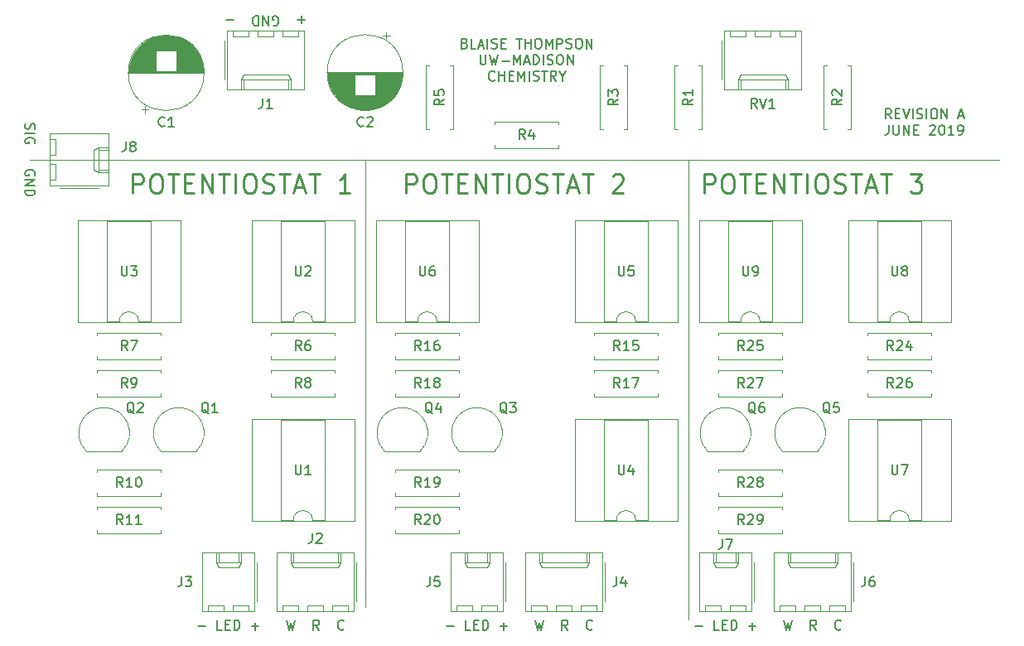
<source format=gbr>
From d03bfc5749f61af42055e4f8b514abd28649d2ec Mon Sep 17 00:00:00 2001
From: Blaise Thompson <blaise@untzag.com>
Date: Tue, 6 Apr 2021 16:58:22 -0500
Subject: organize

---
 potentiosynth/gerber/potentiostat-F_SilkS.gbr | 4099 +++++++++++++++++++++++++
 1 file changed, 4099 insertions(+)
 create mode 100644 potentiosynth/gerber/potentiostat-F_SilkS.gbr

(limited to 'potentiosynth/gerber/potentiostat-F_SilkS.gbr')

diff --git a/potentiosynth/gerber/potentiostat-F_SilkS.gbr b/potentiosynth/gerber/potentiostat-F_SilkS.gbr
new file mode 100644
index 0000000..ae8a0f9
--- /dev/null
+++ b/potentiosynth/gerber/potentiostat-F_SilkS.gbr
@@ -0,0 +1,4099 @@
+G04 #@! TF.GenerationSoftware,KiCad,Pcbnew,5.1.2+dfsg1-1*
+G04 #@! TF.CreationDate,2019-06-25T15:59:38-05:00*
+G04 #@! TF.ProjectId,potentiostat,706f7465-6e74-4696-9f73-7461742e6b69,A*
+G04 #@! TF.SameCoordinates,Original*
+G04 #@! TF.FileFunction,Legend,Top*
+G04 #@! TF.FilePolarity,Positive*
+%FSLAX46Y46*%
+G04 Gerber Fmt 4.6, Leading zero omitted, Abs format (unit mm)*
+G04 Created by KiCad (PCBNEW 5.1.2+dfsg1-1) date 2019-06-25 15:59:38*
+%MOMM*%
+%LPD*%
+G04 APERTURE LIST*
+%ADD10C,0.150000*%
+%ADD11C,0.254000*%
+%ADD12C,0.120000*%
+G04 APERTURE END LIST*
+D10*
+X165529047Y-99957380D02*
+X165195714Y-99481190D01*
+X164957619Y-99957380D02*
+X164957619Y-98957380D01*
+X165338571Y-98957380D01*
+X165433809Y-99005000D01*
+X165481428Y-99052619D01*
+X165529047Y-99147857D01*
+X165529047Y-99290714D01*
+X165481428Y-99385952D01*
+X165433809Y-99433571D01*
+X165338571Y-99481190D01*
+X164957619Y-99481190D01*
+X165957619Y-99433571D02*
+X166290952Y-99433571D01*
+X166433809Y-99957380D02*
+X165957619Y-99957380D01*
+X165957619Y-98957380D01*
+X166433809Y-98957380D01*
+X166719523Y-98957380D02*
+X167052857Y-99957380D01*
+X167386190Y-98957380D01*
+X167719523Y-99957380D02*
+X167719523Y-98957380D01*
+X168148095Y-99909761D02*
+X168290952Y-99957380D01*
+X168529047Y-99957380D01*
+X168624285Y-99909761D01*
+X168671904Y-99862142D01*
+X168719523Y-99766904D01*
+X168719523Y-99671666D01*
+X168671904Y-99576428D01*
+X168624285Y-99528809D01*
+X168529047Y-99481190D01*
+X168338571Y-99433571D01*
+X168243333Y-99385952D01*
+X168195714Y-99338333D01*
+X168148095Y-99243095D01*
+X168148095Y-99147857D01*
+X168195714Y-99052619D01*
+X168243333Y-99005000D01*
+X168338571Y-98957380D01*
+X168576666Y-98957380D01*
+X168719523Y-99005000D01*
+X169148095Y-99957380D02*
+X169148095Y-98957380D01*
+X169814761Y-98957380D02*
+X170005238Y-98957380D01*
+X170100476Y-99005000D01*
+X170195714Y-99100238D01*
+X170243333Y-99290714D01*
+X170243333Y-99624047D01*
+X170195714Y-99814523D01*
+X170100476Y-99909761D01*
+X170005238Y-99957380D01*
+X169814761Y-99957380D01*
+X169719523Y-99909761D01*
+X169624285Y-99814523D01*
+X169576666Y-99624047D01*
+X169576666Y-99290714D01*
+X169624285Y-99100238D01*
+X169719523Y-99005000D01*
+X169814761Y-98957380D01*
+X170671904Y-99957380D02*
+X170671904Y-98957380D01*
+X171243333Y-99957380D01*
+X171243333Y-98957380D01*
+X172433809Y-99671666D02*
+X172910000Y-99671666D01*
+X172338571Y-99957380D02*
+X172671904Y-98957380D01*
+X173005238Y-99957380D01*
+X165267142Y-100607380D02*
+X165267142Y-101321666D01*
+X165219523Y-101464523D01*
+X165124285Y-101559761D01*
+X164981428Y-101607380D01*
+X164886190Y-101607380D01*
+X165743333Y-100607380D02*
+X165743333Y-101416904D01*
+X165790952Y-101512142D01*
+X165838571Y-101559761D01*
+X165933809Y-101607380D01*
+X166124285Y-101607380D01*
+X166219523Y-101559761D01*
+X166267142Y-101512142D01*
+X166314761Y-101416904D01*
+X166314761Y-100607380D01*
+X166790952Y-101607380D02*
+X166790952Y-100607380D01*
+X167362380Y-101607380D01*
+X167362380Y-100607380D01*
+X167838571Y-101083571D02*
+X168171904Y-101083571D01*
+X168314761Y-101607380D02*
+X167838571Y-101607380D01*
+X167838571Y-100607380D01*
+X168314761Y-100607380D01*
+X169457619Y-100702619D02*
+X169505238Y-100655000D01*
+X169600476Y-100607380D01*
+X169838571Y-100607380D01*
+X169933809Y-100655000D01*
+X169981428Y-100702619D01*
+X170029047Y-100797857D01*
+X170029047Y-100893095D01*
+X169981428Y-101035952D01*
+X169410000Y-101607380D01*
+X170029047Y-101607380D01*
+X170648095Y-100607380D02*
+X170743333Y-100607380D01*
+X170838571Y-100655000D01*
+X170886190Y-100702619D01*
+X170933809Y-100797857D01*
+X170981428Y-100988333D01*
+X170981428Y-101226428D01*
+X170933809Y-101416904D01*
+X170886190Y-101512142D01*
+X170838571Y-101559761D01*
+X170743333Y-101607380D01*
+X170648095Y-101607380D01*
+X170552857Y-101559761D01*
+X170505238Y-101512142D01*
+X170457619Y-101416904D01*
+X170410000Y-101226428D01*
+X170410000Y-100988333D01*
+X170457619Y-100797857D01*
+X170505238Y-100702619D01*
+X170552857Y-100655000D01*
+X170648095Y-100607380D01*
+X171933809Y-101607380D02*
+X171362380Y-101607380D01*
+X171648095Y-101607380D02*
+X171648095Y-100607380D01*
+X171552857Y-100750238D01*
+X171457619Y-100845476D01*
+X171362380Y-100893095D01*
+X172410000Y-101607380D02*
+X172600476Y-101607380D01*
+X172695714Y-101559761D01*
+X172743333Y-101512142D01*
+X172838571Y-101369285D01*
+X172886190Y-101178809D01*
+X172886190Y-100797857D01*
+X172838571Y-100702619D01*
+X172790952Y-100655000D01*
+X172695714Y-100607380D01*
+X172505238Y-100607380D01*
+X172410000Y-100655000D01*
+X172362380Y-100702619D01*
+X172314761Y-100797857D01*
+X172314761Y-101035952D01*
+X172362380Y-101131190D01*
+X172410000Y-101178809D01*
+X172505238Y-101226428D01*
+X172695714Y-101226428D01*
+X172790952Y-101178809D01*
+X172838571Y-101131190D01*
+X172886190Y-101035952D01*
+X77065238Y-100449523D02*
+X77017619Y-100592380D01*
+X77017619Y-100830476D01*
+X77065238Y-100925714D01*
+X77112857Y-100973333D01*
+X77208095Y-101020952D01*
+X77303333Y-101020952D01*
+X77398571Y-100973333D01*
+X77446190Y-100925714D01*
+X77493809Y-100830476D01*
+X77541428Y-100640000D01*
+X77589047Y-100544761D01*
+X77636666Y-100497142D01*
+X77731904Y-100449523D01*
+X77827142Y-100449523D01*
+X77922380Y-100497142D01*
+X77970000Y-100544761D01*
+X78017619Y-100640000D01*
+X78017619Y-100878095D01*
+X77970000Y-101020952D01*
+X77017619Y-101449523D02*
+X78017619Y-101449523D01*
+X77970000Y-102449523D02*
+X78017619Y-102354285D01*
+X78017619Y-102211428D01*
+X77970000Y-102068571D01*
+X77874761Y-101973333D01*
+X77779523Y-101925714D01*
+X77589047Y-101878095D01*
+X77446190Y-101878095D01*
+X77255714Y-101925714D01*
+X77160476Y-101973333D01*
+X77065238Y-102068571D01*
+X77017619Y-102211428D01*
+X77017619Y-102306666D01*
+X77065238Y-102449523D01*
+X77112857Y-102497142D01*
+X77446190Y-102497142D01*
+X77446190Y-102306666D01*
+X77970000Y-105735238D02*
+X78017619Y-105640000D01*
+X78017619Y-105497142D01*
+X77970000Y-105354285D01*
+X77874761Y-105259047D01*
+X77779523Y-105211428D01*
+X77589047Y-105163809D01*
+X77446190Y-105163809D01*
+X77255714Y-105211428D01*
+X77160476Y-105259047D01*
+X77065238Y-105354285D01*
+X77017619Y-105497142D01*
+X77017619Y-105592380D01*
+X77065238Y-105735238D01*
+X77112857Y-105782857D01*
+X77446190Y-105782857D01*
+X77446190Y-105592380D01*
+X77017619Y-106211428D02*
+X78017619Y-106211428D01*
+X77017619Y-106782857D01*
+X78017619Y-106782857D01*
+X77017619Y-107259047D02*
+X78017619Y-107259047D01*
+X78017619Y-107497142D01*
+X77970000Y-107640000D01*
+X77874761Y-107735238D01*
+X77779523Y-107782857D01*
+X77589047Y-107830476D01*
+X77446190Y-107830476D01*
+X77255714Y-107782857D01*
+X77160476Y-107735238D01*
+X77065238Y-107640000D01*
+X77017619Y-107497142D01*
+X77017619Y-107259047D01*
+X105647619Y-89844571D02*
+X104885714Y-89844571D01*
+X105266666Y-89463619D02*
+X105266666Y-90225523D01*
+X102361904Y-90416000D02*
+X102457142Y-90463619D01*
+X102600000Y-90463619D01*
+X102742857Y-90416000D01*
+X102838095Y-90320761D01*
+X102885714Y-90225523D01*
+X102933333Y-90035047D01*
+X102933333Y-89892190D01*
+X102885714Y-89701714D01*
+X102838095Y-89606476D01*
+X102742857Y-89511238D01*
+X102600000Y-89463619D01*
+X102504761Y-89463619D01*
+X102361904Y-89511238D01*
+X102314285Y-89558857D01*
+X102314285Y-89892190D01*
+X102504761Y-89892190D01*
+X101885714Y-89463619D02*
+X101885714Y-90463619D01*
+X101314285Y-89463619D01*
+X101314285Y-90463619D01*
+X100838095Y-89463619D02*
+X100838095Y-90463619D01*
+X100600000Y-90463619D01*
+X100457142Y-90416000D01*
+X100361904Y-90320761D01*
+X100314285Y-90225523D01*
+X100266666Y-90035047D01*
+X100266666Y-89892190D01*
+X100314285Y-89701714D01*
+X100361904Y-89606476D01*
+X100457142Y-89511238D01*
+X100600000Y-89463619D01*
+X100838095Y-89463619D01*
+X98314285Y-89844571D02*
+X97552380Y-89844571D01*
+X103727619Y-151217380D02*
+X103965714Y-152217380D01*
+X104156190Y-151503095D01*
+X104346666Y-152217380D01*
+X104584761Y-151217380D01*
+X107060952Y-152217380D02*
+X106727619Y-151741190D01*
+X106489523Y-152217380D02*
+X106489523Y-151217380D01*
+X106870476Y-151217380D01*
+X106965714Y-151265000D01*
+X107013333Y-151312619D01*
+X107060952Y-151407857D01*
+X107060952Y-151550714D01*
+X107013333Y-151645952D01*
+X106965714Y-151693571D01*
+X106870476Y-151741190D01*
+X106489523Y-151741190D01*
+X109584761Y-152122142D02*
+X109537142Y-152169761D01*
+X109394285Y-152217380D01*
+X109299047Y-152217380D01*
+X109156190Y-152169761D01*
+X109060952Y-152074523D01*
+X109013333Y-151979285D01*
+X108965714Y-151788809D01*
+X108965714Y-151645952D01*
+X109013333Y-151455476D01*
+X109060952Y-151360238D01*
+X109156190Y-151265000D01*
+X109299047Y-151217380D01*
+X109394285Y-151217380D01*
+X109537142Y-151265000D01*
+X109584761Y-151312619D01*
+X94670952Y-151836428D02*
+X95432857Y-151836428D01*
+X97147142Y-152217380D02*
+X96670952Y-152217380D01*
+X96670952Y-151217380D01*
+X97480476Y-151693571D02*
+X97813809Y-151693571D01*
+X97956666Y-152217380D02*
+X97480476Y-152217380D01*
+X97480476Y-151217380D01*
+X97956666Y-151217380D01*
+X98385238Y-152217380D02*
+X98385238Y-151217380D01*
+X98623333Y-151217380D01*
+X98766190Y-151265000D01*
+X98861428Y-151360238D01*
+X98909047Y-151455476D01*
+X98956666Y-151645952D01*
+X98956666Y-151788809D01*
+X98909047Y-151979285D01*
+X98861428Y-152074523D01*
+X98766190Y-152169761D01*
+X98623333Y-152217380D01*
+X98385238Y-152217380D01*
+X100147142Y-151836428D02*
+X100909047Y-151836428D01*
+X100528095Y-152217380D02*
+X100528095Y-151455476D01*
+X129127619Y-151217380D02*
+X129365714Y-152217380D01*
+X129556190Y-151503095D01*
+X129746666Y-152217380D01*
+X129984761Y-151217380D01*
+X132460952Y-152217380D02*
+X132127619Y-151741190D01*
+X131889523Y-152217380D02*
+X131889523Y-151217380D01*
+X132270476Y-151217380D01*
+X132365714Y-151265000D01*
+X132413333Y-151312619D01*
+X132460952Y-151407857D01*
+X132460952Y-151550714D01*
+X132413333Y-151645952D01*
+X132365714Y-151693571D01*
+X132270476Y-151741190D01*
+X131889523Y-151741190D01*
+X134984761Y-152122142D02*
+X134937142Y-152169761D01*
+X134794285Y-152217380D01*
+X134699047Y-152217380D01*
+X134556190Y-152169761D01*
+X134460952Y-152074523D01*
+X134413333Y-151979285D01*
+X134365714Y-151788809D01*
+X134365714Y-151645952D01*
+X134413333Y-151455476D01*
+X134460952Y-151360238D01*
+X134556190Y-151265000D01*
+X134699047Y-151217380D01*
+X134794285Y-151217380D01*
+X134937142Y-151265000D01*
+X134984761Y-151312619D01*
+X120070952Y-151836428D02*
+X120832857Y-151836428D01*
+X122547142Y-152217380D02*
+X122070952Y-152217380D01*
+X122070952Y-151217380D01*
+X122880476Y-151693571D02*
+X123213809Y-151693571D01*
+X123356666Y-152217380D02*
+X122880476Y-152217380D01*
+X122880476Y-151217380D01*
+X123356666Y-151217380D01*
+X123785238Y-152217380D02*
+X123785238Y-151217380D01*
+X124023333Y-151217380D01*
+X124166190Y-151265000D01*
+X124261428Y-151360238D01*
+X124309047Y-151455476D01*
+X124356666Y-151645952D01*
+X124356666Y-151788809D01*
+X124309047Y-151979285D01*
+X124261428Y-152074523D01*
+X124166190Y-152169761D01*
+X124023333Y-152217380D01*
+X123785238Y-152217380D01*
+X125547142Y-151836428D02*
+X126309047Y-151836428D01*
+X125928095Y-152217380D02*
+X125928095Y-151455476D01*
+X154527619Y-151217380D02*
+X154765714Y-152217380D01*
+X154956190Y-151503095D01*
+X155146666Y-152217380D01*
+X155384761Y-151217380D01*
+X157860952Y-152217380D02*
+X157527619Y-151741190D01*
+X157289523Y-152217380D02*
+X157289523Y-151217380D01*
+X157670476Y-151217380D01*
+X157765714Y-151265000D01*
+X157813333Y-151312619D01*
+X157860952Y-151407857D01*
+X157860952Y-151550714D01*
+X157813333Y-151645952D01*
+X157765714Y-151693571D01*
+X157670476Y-151741190D01*
+X157289523Y-151741190D01*
+X160384761Y-152122142D02*
+X160337142Y-152169761D01*
+X160194285Y-152217380D01*
+X160099047Y-152217380D01*
+X159956190Y-152169761D01*
+X159860952Y-152074523D01*
+X159813333Y-151979285D01*
+X159765714Y-151788809D01*
+X159765714Y-151645952D01*
+X159813333Y-151455476D01*
+X159860952Y-151360238D01*
+X159956190Y-151265000D01*
+X160099047Y-151217380D01*
+X160194285Y-151217380D01*
+X160337142Y-151265000D01*
+X160384761Y-151312619D01*
+X145470952Y-151836428D02*
+X146232857Y-151836428D01*
+X147947142Y-152217380D02*
+X147470952Y-152217380D01*
+X147470952Y-151217380D01*
+X148280476Y-151693571D02*
+X148613809Y-151693571D01*
+X148756666Y-152217380D02*
+X148280476Y-152217380D01*
+X148280476Y-151217380D01*
+X148756666Y-151217380D01*
+X149185238Y-152217380D02*
+X149185238Y-151217380D01*
+X149423333Y-151217380D01*
+X149566190Y-151265000D01*
+X149661428Y-151360238D01*
+X149709047Y-151455476D01*
+X149756666Y-151645952D01*
+X149756666Y-151788809D01*
+X149709047Y-151979285D01*
+X149661428Y-152074523D01*
+X149566190Y-152169761D01*
+X149423333Y-152217380D01*
+X149185238Y-152217380D01*
+X150947142Y-151836428D02*
+X151709047Y-151836428D01*
+X151328095Y-152217380D02*
+X151328095Y-151455476D01*
+X121936666Y-92258571D02*
+X122079523Y-92306190D01*
+X122127142Y-92353809D01*
+X122174761Y-92449047D01*
+X122174761Y-92591904D01*
+X122127142Y-92687142D01*
+X122079523Y-92734761D01*
+X121984285Y-92782380D01*
+X121603333Y-92782380D01*
+X121603333Y-91782380D01*
+X121936666Y-91782380D01*
+X122031904Y-91830000D01*
+X122079523Y-91877619D01*
+X122127142Y-91972857D01*
+X122127142Y-92068095D01*
+X122079523Y-92163333D01*
+X122031904Y-92210952D01*
+X121936666Y-92258571D01*
+X121603333Y-92258571D01*
+X123079523Y-92782380D02*
+X122603333Y-92782380D01*
+X122603333Y-91782380D01*
+X123365238Y-92496666D02*
+X123841428Y-92496666D01*
+X123270000Y-92782380D02*
+X123603333Y-91782380D01*
+X123936666Y-92782380D01*
+X124270000Y-92782380D02*
+X124270000Y-91782380D01*
+X124698571Y-92734761D02*
+X124841428Y-92782380D01*
+X125079523Y-92782380D01*
+X125174761Y-92734761D01*
+X125222380Y-92687142D01*
+X125270000Y-92591904D01*
+X125270000Y-92496666D01*
+X125222380Y-92401428D01*
+X125174761Y-92353809D01*
+X125079523Y-92306190D01*
+X124889047Y-92258571D01*
+X124793809Y-92210952D01*
+X124746190Y-92163333D01*
+X124698571Y-92068095D01*
+X124698571Y-91972857D01*
+X124746190Y-91877619D01*
+X124793809Y-91830000D01*
+X124889047Y-91782380D01*
+X125127142Y-91782380D01*
+X125270000Y-91830000D01*
+X125698571Y-92258571D02*
+X126031904Y-92258571D01*
+X126174761Y-92782380D02*
+X125698571Y-92782380D01*
+X125698571Y-91782380D01*
+X126174761Y-91782380D01*
+X127222380Y-91782380D02*
+X127793809Y-91782380D01*
+X127508095Y-92782380D02*
+X127508095Y-91782380D01*
+X128127142Y-92782380D02*
+X128127142Y-91782380D01*
+X128127142Y-92258571D02*
+X128698571Y-92258571D01*
+X128698571Y-92782380D02*
+X128698571Y-91782380D01*
+X129365238Y-91782380D02*
+X129555714Y-91782380D01*
+X129650952Y-91830000D01*
+X129746190Y-91925238D01*
+X129793809Y-92115714D01*
+X129793809Y-92449047D01*
+X129746190Y-92639523D01*
+X129650952Y-92734761D01*
+X129555714Y-92782380D01*
+X129365238Y-92782380D01*
+X129270000Y-92734761D01*
+X129174761Y-92639523D01*
+X129127142Y-92449047D01*
+X129127142Y-92115714D01*
+X129174761Y-91925238D01*
+X129270000Y-91830000D01*
+X129365238Y-91782380D01*
+X130222380Y-92782380D02*
+X130222380Y-91782380D01*
+X130555714Y-92496666D01*
+X130889047Y-91782380D01*
+X130889047Y-92782380D01*
+X131365238Y-92782380D02*
+X131365238Y-91782380D01*
+X131746190Y-91782380D01*
+X131841428Y-91830000D01*
+X131889047Y-91877619D01*
+X131936666Y-91972857D01*
+X131936666Y-92115714D01*
+X131889047Y-92210952D01*
+X131841428Y-92258571D01*
+X131746190Y-92306190D01*
+X131365238Y-92306190D01*
+X132317619Y-92734761D02*
+X132460476Y-92782380D01*
+X132698571Y-92782380D01*
+X132793809Y-92734761D01*
+X132841428Y-92687142D01*
+X132889047Y-92591904D01*
+X132889047Y-92496666D01*
+X132841428Y-92401428D01*
+X132793809Y-92353809D01*
+X132698571Y-92306190D01*
+X132508095Y-92258571D01*
+X132412857Y-92210952D01*
+X132365238Y-92163333D01*
+X132317619Y-92068095D01*
+X132317619Y-91972857D01*
+X132365238Y-91877619D01*
+X132412857Y-91830000D01*
+X132508095Y-91782380D01*
+X132746190Y-91782380D01*
+X132889047Y-91830000D01*
+X133508095Y-91782380D02*
+X133698571Y-91782380D01*
+X133793809Y-91830000D01*
+X133889047Y-91925238D01*
+X133936666Y-92115714D01*
+X133936666Y-92449047D01*
+X133889047Y-92639523D01*
+X133793809Y-92734761D01*
+X133698571Y-92782380D01*
+X133508095Y-92782380D01*
+X133412857Y-92734761D01*
+X133317619Y-92639523D01*
+X133270000Y-92449047D01*
+X133270000Y-92115714D01*
+X133317619Y-91925238D01*
+X133412857Y-91830000D01*
+X133508095Y-91782380D01*
+X134365238Y-92782380D02*
+X134365238Y-91782380D01*
+X134936666Y-92782380D01*
+X134936666Y-91782380D01*
+X123531904Y-93432380D02*
+X123531904Y-94241904D01*
+X123579523Y-94337142D01*
+X123627142Y-94384761D01*
+X123722380Y-94432380D01*
+X123912857Y-94432380D01*
+X124008095Y-94384761D01*
+X124055714Y-94337142D01*
+X124103333Y-94241904D01*
+X124103333Y-93432380D01*
+X124484285Y-93432380D02*
+X124722380Y-94432380D01*
+X124912857Y-93718095D01*
+X125103333Y-94432380D01*
+X125341428Y-93432380D01*
+X125722380Y-94051428D02*
+X126484285Y-94051428D01*
+X126960476Y-94432380D02*
+X126960476Y-93432380D01*
+X127293809Y-94146666D01*
+X127627142Y-93432380D01*
+X127627142Y-94432380D01*
+X128055714Y-94146666D02*
+X128531904Y-94146666D01*
+X127960476Y-94432380D02*
+X128293809Y-93432380D01*
+X128627142Y-94432380D01*
+X128960476Y-94432380D02*
+X128960476Y-93432380D01*
+X129198571Y-93432380D01*
+X129341428Y-93480000D01*
+X129436666Y-93575238D01*
+X129484285Y-93670476D01*
+X129531904Y-93860952D01*
+X129531904Y-94003809D01*
+X129484285Y-94194285D01*
+X129436666Y-94289523D01*
+X129341428Y-94384761D01*
+X129198571Y-94432380D01*
+X128960476Y-94432380D01*
+X129960476Y-94432380D02*
+X129960476Y-93432380D01*
+X130389047Y-94384761D02*
+X130531904Y-94432380D01*
+X130770000Y-94432380D01*
+X130865238Y-94384761D01*
+X130912857Y-94337142D01*
+X130960476Y-94241904D01*
+X130960476Y-94146666D01*
+X130912857Y-94051428D01*
+X130865238Y-94003809D01*
+X130770000Y-93956190D01*
+X130579523Y-93908571D01*
+X130484285Y-93860952D01*
+X130436666Y-93813333D01*
+X130389047Y-93718095D01*
+X130389047Y-93622857D01*
+X130436666Y-93527619D01*
+X130484285Y-93480000D01*
+X130579523Y-93432380D01*
+X130817619Y-93432380D01*
+X130960476Y-93480000D01*
+X131579523Y-93432380D02*
+X131770000Y-93432380D01*
+X131865238Y-93480000D01*
+X131960476Y-93575238D01*
+X132008095Y-93765714D01*
+X132008095Y-94099047D01*
+X131960476Y-94289523D01*
+X131865238Y-94384761D01*
+X131770000Y-94432380D01*
+X131579523Y-94432380D01*
+X131484285Y-94384761D01*
+X131389047Y-94289523D01*
+X131341428Y-94099047D01*
+X131341428Y-93765714D01*
+X131389047Y-93575238D01*
+X131484285Y-93480000D01*
+X131579523Y-93432380D01*
+X132436666Y-94432380D02*
+X132436666Y-93432380D01*
+X133008095Y-94432380D01*
+X133008095Y-93432380D01*
+X125008095Y-95987142D02*
+X124960476Y-96034761D01*
+X124817619Y-96082380D01*
+X124722380Y-96082380D01*
+X124579523Y-96034761D01*
+X124484285Y-95939523D01*
+X124436666Y-95844285D01*
+X124389047Y-95653809D01*
+X124389047Y-95510952D01*
+X124436666Y-95320476D01*
+X124484285Y-95225238D01*
+X124579523Y-95130000D01*
+X124722380Y-95082380D01*
+X124817619Y-95082380D01*
+X124960476Y-95130000D01*
+X125008095Y-95177619D01*
+X125436666Y-96082380D02*
+X125436666Y-95082380D01*
+X125436666Y-95558571D02*
+X126008095Y-95558571D01*
+X126008095Y-96082380D02*
+X126008095Y-95082380D01*
+X126484285Y-95558571D02*
+X126817619Y-95558571D01*
+X126960476Y-96082380D02*
+X126484285Y-96082380D01*
+X126484285Y-95082380D01*
+X126960476Y-95082380D01*
+X127389047Y-96082380D02*
+X127389047Y-95082380D01*
+X127722380Y-95796666D01*
+X128055714Y-95082380D01*
+X128055714Y-96082380D01*
+X128531904Y-96082380D02*
+X128531904Y-95082380D01*
+X128960476Y-96034761D02*
+X129103333Y-96082380D01*
+X129341428Y-96082380D01*
+X129436666Y-96034761D01*
+X129484285Y-95987142D01*
+X129531904Y-95891904D01*
+X129531904Y-95796666D01*
+X129484285Y-95701428D01*
+X129436666Y-95653809D01*
+X129341428Y-95606190D01*
+X129150952Y-95558571D01*
+X129055714Y-95510952D01*
+X129008095Y-95463333D01*
+X128960476Y-95368095D01*
+X128960476Y-95272857D01*
+X129008095Y-95177619D01*
+X129055714Y-95130000D01*
+X129150952Y-95082380D01*
+X129389047Y-95082380D01*
+X129531904Y-95130000D01*
+X129817619Y-95082380D02*
+X130389047Y-95082380D01*
+X130103333Y-96082380D02*
+X130103333Y-95082380D01*
+X131293809Y-96082380D02*
+X130960476Y-95606190D01*
+X130722380Y-96082380D02*
+X130722380Y-95082380D01*
+X131103333Y-95082380D01*
+X131198571Y-95130000D01*
+X131246190Y-95177619D01*
+X131293809Y-95272857D01*
+X131293809Y-95415714D01*
+X131246190Y-95510952D01*
+X131198571Y-95558571D01*
+X131103333Y-95606190D01*
+X130722380Y-95606190D01*
+X131912857Y-95606190D02*
+X131912857Y-96082380D01*
+X131579523Y-95082380D02*
+X131912857Y-95606190D01*
+X132246190Y-95082380D01*
+D11*
+X146412857Y-107541785D02*
+X146412857Y-105636785D01*
+X147138571Y-105636785D01*
+X147320000Y-105727500D01*
+X147410714Y-105818214D01*
+X147501428Y-105999642D01*
+X147501428Y-106271785D01*
+X147410714Y-106453214D01*
+X147320000Y-106543928D01*
+X147138571Y-106634642D01*
+X146412857Y-106634642D01*
+X148680714Y-105636785D02*
+X149043571Y-105636785D01*
+X149225000Y-105727500D01*
+X149406428Y-105908928D01*
+X149497142Y-106271785D01*
+X149497142Y-106906785D01*
+X149406428Y-107269642D01*
+X149225000Y-107451071D01*
+X149043571Y-107541785D01*
+X148680714Y-107541785D01*
+X148499285Y-107451071D01*
+X148317857Y-107269642D01*
+X148227142Y-106906785D01*
+X148227142Y-106271785D01*
+X148317857Y-105908928D01*
+X148499285Y-105727500D01*
+X148680714Y-105636785D01*
+X150041428Y-105636785D02*
+X151130000Y-105636785D01*
+X150585714Y-107541785D02*
+X150585714Y-105636785D01*
+X151765000Y-106543928D02*
+X152400000Y-106543928D01*
+X152672142Y-107541785D02*
+X151765000Y-107541785D01*
+X151765000Y-105636785D01*
+X152672142Y-105636785D01*
+X153488571Y-107541785D02*
+X153488571Y-105636785D01*
+X154577142Y-107541785D01*
+X154577142Y-105636785D01*
+X155212142Y-105636785D02*
+X156300714Y-105636785D01*
+X155756428Y-107541785D02*
+X155756428Y-105636785D01*
+X156935714Y-107541785D02*
+X156935714Y-105636785D01*
+X158205714Y-105636785D02*
+X158568571Y-105636785D01*
+X158750000Y-105727500D01*
+X158931428Y-105908928D01*
+X159022142Y-106271785D01*
+X159022142Y-106906785D01*
+X158931428Y-107269642D01*
+X158750000Y-107451071D01*
+X158568571Y-107541785D01*
+X158205714Y-107541785D01*
+X158024285Y-107451071D01*
+X157842857Y-107269642D01*
+X157752142Y-106906785D01*
+X157752142Y-106271785D01*
+X157842857Y-105908928D01*
+X158024285Y-105727500D01*
+X158205714Y-105636785D01*
+X159747857Y-107451071D02*
+X160020000Y-107541785D01*
+X160473571Y-107541785D01*
+X160655000Y-107451071D01*
+X160745714Y-107360357D01*
+X160836428Y-107178928D01*
+X160836428Y-106997500D01*
+X160745714Y-106816071D01*
+X160655000Y-106725357D01*
+X160473571Y-106634642D01*
+X160110714Y-106543928D01*
+X159929285Y-106453214D01*
+X159838571Y-106362500D01*
+X159747857Y-106181071D01*
+X159747857Y-105999642D01*
+X159838571Y-105818214D01*
+X159929285Y-105727500D01*
+X160110714Y-105636785D01*
+X160564285Y-105636785D01*
+X160836428Y-105727500D01*
+X161380714Y-105636785D02*
+X162469285Y-105636785D01*
+X161925000Y-107541785D02*
+X161925000Y-105636785D01*
+X163013571Y-106997500D02*
+X163920714Y-106997500D01*
+X162832142Y-107541785D02*
+X163467142Y-105636785D01*
+X164102142Y-107541785D01*
+X164465000Y-105636785D02*
+X165553571Y-105636785D01*
+X165009285Y-107541785D02*
+X165009285Y-105636785D01*
+X167458571Y-105636785D02*
+X168637857Y-105636785D01*
+X168002857Y-106362500D01*
+X168275000Y-106362500D01*
+X168456428Y-106453214D01*
+X168547142Y-106543928D01*
+X168637857Y-106725357D01*
+X168637857Y-107178928D01*
+X168547142Y-107360357D01*
+X168456428Y-107451071D01*
+X168275000Y-107541785D01*
+X167730714Y-107541785D01*
+X167549285Y-107451071D01*
+X167458571Y-107360357D01*
+D12*
+X111760000Y-149860000D02*
+X111760000Y-104140000D01*
+X144780000Y-151130000D02*
+X144780000Y-104140000D01*
+X176530000Y-104140000D02*
+X139700000Y-104140000D01*
+X77470000Y-104140000D02*
+X176530000Y-104140000D01*
+D11*
+X87992857Y-107541785D02*
+X87992857Y-105636785D01*
+X88718571Y-105636785D01*
+X88900000Y-105727500D01*
+X88990714Y-105818214D01*
+X89081428Y-105999642D01*
+X89081428Y-106271785D01*
+X88990714Y-106453214D01*
+X88900000Y-106543928D01*
+X88718571Y-106634642D01*
+X87992857Y-106634642D01*
+X90260714Y-105636785D02*
+X90623571Y-105636785D01*
+X90805000Y-105727500D01*
+X90986428Y-105908928D01*
+X91077142Y-106271785D01*
+X91077142Y-106906785D01*
+X90986428Y-107269642D01*
+X90805000Y-107451071D01*
+X90623571Y-107541785D01*
+X90260714Y-107541785D01*
+X90079285Y-107451071D01*
+X89897857Y-107269642D01*
+X89807142Y-106906785D01*
+X89807142Y-106271785D01*
+X89897857Y-105908928D01*
+X90079285Y-105727500D01*
+X90260714Y-105636785D01*
+X91621428Y-105636785D02*
+X92710000Y-105636785D01*
+X92165714Y-107541785D02*
+X92165714Y-105636785D01*
+X93345000Y-106543928D02*
+X93980000Y-106543928D01*
+X94252142Y-107541785D02*
+X93345000Y-107541785D01*
+X93345000Y-105636785D01*
+X94252142Y-105636785D01*
+X95068571Y-107541785D02*
+X95068571Y-105636785D01*
+X96157142Y-107541785D01*
+X96157142Y-105636785D01*
+X96792142Y-105636785D02*
+X97880714Y-105636785D01*
+X97336428Y-107541785D02*
+X97336428Y-105636785D01*
+X98515714Y-107541785D02*
+X98515714Y-105636785D01*
+X99785714Y-105636785D02*
+X100148571Y-105636785D01*
+X100330000Y-105727500D01*
+X100511428Y-105908928D01*
+X100602142Y-106271785D01*
+X100602142Y-106906785D01*
+X100511428Y-107269642D01*
+X100330000Y-107451071D01*
+X100148571Y-107541785D01*
+X99785714Y-107541785D01*
+X99604285Y-107451071D01*
+X99422857Y-107269642D01*
+X99332142Y-106906785D01*
+X99332142Y-106271785D01*
+X99422857Y-105908928D01*
+X99604285Y-105727500D01*
+X99785714Y-105636785D01*
+X101327857Y-107451071D02*
+X101600000Y-107541785D01*
+X102053571Y-107541785D01*
+X102235000Y-107451071D01*
+X102325714Y-107360357D01*
+X102416428Y-107178928D01*
+X102416428Y-106997500D01*
+X102325714Y-106816071D01*
+X102235000Y-106725357D01*
+X102053571Y-106634642D01*
+X101690714Y-106543928D01*
+X101509285Y-106453214D01*
+X101418571Y-106362500D01*
+X101327857Y-106181071D01*
+X101327857Y-105999642D01*
+X101418571Y-105818214D01*
+X101509285Y-105727500D01*
+X101690714Y-105636785D01*
+X102144285Y-105636785D01*
+X102416428Y-105727500D01*
+X102960714Y-105636785D02*
+X104049285Y-105636785D01*
+X103505000Y-107541785D02*
+X103505000Y-105636785D01*
+X104593571Y-106997500D02*
+X105500714Y-106997500D01*
+X104412142Y-107541785D02*
+X105047142Y-105636785D01*
+X105682142Y-107541785D01*
+X106045000Y-105636785D02*
+X107133571Y-105636785D01*
+X106589285Y-107541785D02*
+X106589285Y-105636785D01*
+X110217857Y-107541785D02*
+X109129285Y-107541785D01*
+X109673571Y-107541785D02*
+X109673571Y-105636785D01*
+X109492142Y-105908928D01*
+X109310714Y-106090357D01*
+X109129285Y-106181071D01*
+X115932857Y-107541785D02*
+X115932857Y-105636785D01*
+X116658571Y-105636785D01*
+X116840000Y-105727500D01*
+X116930714Y-105818214D01*
+X117021428Y-105999642D01*
+X117021428Y-106271785D01*
+X116930714Y-106453214D01*
+X116840000Y-106543928D01*
+X116658571Y-106634642D01*
+X115932857Y-106634642D01*
+X118200714Y-105636785D02*
+X118563571Y-105636785D01*
+X118745000Y-105727500D01*
+X118926428Y-105908928D01*
+X119017142Y-106271785D01*
+X119017142Y-106906785D01*
+X118926428Y-107269642D01*
+X118745000Y-107451071D01*
+X118563571Y-107541785D01*
+X118200714Y-107541785D01*
+X118019285Y-107451071D01*
+X117837857Y-107269642D01*
+X117747142Y-106906785D01*
+X117747142Y-106271785D01*
+X117837857Y-105908928D01*
+X118019285Y-105727500D01*
+X118200714Y-105636785D01*
+X119561428Y-105636785D02*
+X120650000Y-105636785D01*
+X120105714Y-107541785D02*
+X120105714Y-105636785D01*
+X121285000Y-106543928D02*
+X121920000Y-106543928D01*
+X122192142Y-107541785D02*
+X121285000Y-107541785D01*
+X121285000Y-105636785D01*
+X122192142Y-105636785D01*
+X123008571Y-107541785D02*
+X123008571Y-105636785D01*
+X124097142Y-107541785D01*
+X124097142Y-105636785D01*
+X124732142Y-105636785D02*
+X125820714Y-105636785D01*
+X125276428Y-107541785D02*
+X125276428Y-105636785D01*
+X126455714Y-107541785D02*
+X126455714Y-105636785D01*
+X127725714Y-105636785D02*
+X128088571Y-105636785D01*
+X128270000Y-105727500D01*
+X128451428Y-105908928D01*
+X128542142Y-106271785D01*
+X128542142Y-106906785D01*
+X128451428Y-107269642D01*
+X128270000Y-107451071D01*
+X128088571Y-107541785D01*
+X127725714Y-107541785D01*
+X127544285Y-107451071D01*
+X127362857Y-107269642D01*
+X127272142Y-106906785D01*
+X127272142Y-106271785D01*
+X127362857Y-105908928D01*
+X127544285Y-105727500D01*
+X127725714Y-105636785D01*
+X129267857Y-107451071D02*
+X129540000Y-107541785D01*
+X129993571Y-107541785D01*
+X130175000Y-107451071D01*
+X130265714Y-107360357D01*
+X130356428Y-107178928D01*
+X130356428Y-106997500D01*
+X130265714Y-106816071D01*
+X130175000Y-106725357D01*
+X129993571Y-106634642D01*
+X129630714Y-106543928D01*
+X129449285Y-106453214D01*
+X129358571Y-106362500D01*
+X129267857Y-106181071D01*
+X129267857Y-105999642D01*
+X129358571Y-105818214D01*
+X129449285Y-105727500D01*
+X129630714Y-105636785D01*
+X130084285Y-105636785D01*
+X130356428Y-105727500D01*
+X130900714Y-105636785D02*
+X131989285Y-105636785D01*
+X131445000Y-107541785D02*
+X131445000Y-105636785D01*
+X132533571Y-106997500D02*
+X133440714Y-106997500D01*
+X132352142Y-107541785D02*
+X132987142Y-105636785D01*
+X133622142Y-107541785D01*
+X133985000Y-105636785D02*
+X135073571Y-105636785D01*
+X134529285Y-107541785D02*
+X134529285Y-105636785D01*
+X137069285Y-105818214D02*
+X137160000Y-105727500D01*
+X137341428Y-105636785D01*
+X137795000Y-105636785D01*
+X137976428Y-105727500D01*
+X138067142Y-105818214D01*
+X138157857Y-105999642D01*
+X138157857Y-106181071D01*
+X138067142Y-106453214D01*
+X136978571Y-107541785D01*
+X138157857Y-107541785D01*
+D12*
+X80120000Y-102070000D02*
+X79520000Y-102070000D01*
+X80120000Y-103670000D02*
+X80120000Y-102070000D01*
+X79520000Y-103670000D02*
+X80120000Y-103670000D01*
+X80120000Y-104610000D02*
+X79520000Y-104610000D01*
+X80120000Y-106210000D02*
+X80120000Y-104610000D01*
+X79520000Y-106210000D02*
+X80120000Y-106210000D01*
+X85540000Y-103120000D02*
+X84540000Y-103120000D01*
+X85540000Y-105160000D02*
+X84540000Y-105160000D01*
+X84010000Y-103120000D02*
+X84540000Y-102870000D01*
+X84010000Y-105160000D02*
+X84010000Y-103120000D01*
+X84540000Y-105410000D02*
+X84010000Y-105160000D01*
+X84540000Y-102870000D02*
+X85540000Y-102870000D01*
+X84540000Y-105410000D02*
+X84540000Y-102870000D01*
+X85540000Y-105410000D02*
+X84540000Y-105410000D01*
+X80550000Y-107080000D02*
+X84550000Y-107080000D01*
+X79520000Y-101490000D02*
+X79520000Y-106790000D01*
+X85540000Y-101490000D02*
+X79520000Y-101490000D01*
+X85540000Y-106790000D02*
+X85540000Y-101490000D01*
+X79520000Y-106790000D02*
+X85540000Y-106790000D01*
+X100160000Y-120770000D02*
+X110660000Y-120770000D01*
+X100160000Y-110370000D02*
+X100160000Y-120770000D01*
+X110660000Y-110370000D02*
+X100160000Y-110370000D01*
+X110660000Y-120770000D02*
+X110660000Y-110370000D01*
+X103160000Y-120710000D02*
+X104410000Y-120710000D01*
+X103160000Y-110430000D02*
+X103160000Y-120710000D01*
+X107660000Y-110430000D02*
+X103160000Y-110430000D01*
+X107660000Y-120710000D02*
+X107660000Y-110430000D01*
+X106410000Y-120710000D02*
+X107660000Y-120710000D01*
+X104410000Y-120710000D02*
+G75*
+G02X106410000Y-120710000I1000000J0D01*
+G01*
+X150428478Y-133918478D02*
+G75*
+G03X148590000Y-129480000I-1838478J1838478D01*
+G01*
+X146751522Y-133918478D02*
+G75*
+G02X148590000Y-129480000I1838478J1838478D01*
+G01*
+X146790000Y-133930000D02*
+X150390000Y-133930000D01*
+X147860000Y-135790000D02*
+X147860000Y-136120000D01*
+X154400000Y-135790000D02*
+X147860000Y-135790000D01*
+X154400000Y-136120000D02*
+X154400000Y-135790000D01*
+X147860000Y-138530000D02*
+X147860000Y-138200000D01*
+X154400000Y-138530000D02*
+X147860000Y-138530000D01*
+X154400000Y-138200000D02*
+X154400000Y-138530000D01*
+X161120000Y-120770000D02*
+X171620000Y-120770000D01*
+X161120000Y-110370000D02*
+X161120000Y-120770000D01*
+X171620000Y-110370000D02*
+X161120000Y-110370000D01*
+X171620000Y-120770000D02*
+X171620000Y-110370000D01*
+X164120000Y-120710000D02*
+X165370000Y-120710000D01*
+X164120000Y-110430000D02*
+X164120000Y-120710000D01*
+X168620000Y-110430000D02*
+X164120000Y-110430000D01*
+X168620000Y-120710000D02*
+X168620000Y-110430000D01*
+X167370000Y-120710000D02*
+X168620000Y-120710000D01*
+X165370000Y-120710000D02*
+G75*
+G02X167370000Y-120710000I1000000J0D01*
+G01*
+X120750000Y-94520000D02*
+X120420000Y-94520000D01*
+X120750000Y-101060000D02*
+X120750000Y-94520000D01*
+X120420000Y-101060000D02*
+X120750000Y-101060000D01*
+X118010000Y-94520000D02*
+X118340000Y-94520000D01*
+X118010000Y-101060000D02*
+X118010000Y-94520000D01*
+X118340000Y-101060000D02*
+X118010000Y-101060000D01*
+X125000000Y-100230000D02*
+X125000000Y-100560000D01*
+X131540000Y-100230000D02*
+X125000000Y-100230000D01*
+X131540000Y-100560000D02*
+X131540000Y-100230000D01*
+X125000000Y-102970000D02*
+X125000000Y-102640000D01*
+X131540000Y-102970000D02*
+X125000000Y-102970000D01*
+X131540000Y-102640000D02*
+X131540000Y-102970000D01*
+X135790000Y-101060000D02*
+X136120000Y-101060000D01*
+X135790000Y-94520000D02*
+X135790000Y-101060000D01*
+X136120000Y-94520000D02*
+X135790000Y-94520000D01*
+X138530000Y-101060000D02*
+X138200000Y-101060000D01*
+X138530000Y-94520000D02*
+X138530000Y-101060000D01*
+X138200000Y-94520000D02*
+X138530000Y-94520000D01*
+X145880000Y-120770000D02*
+X156380000Y-120770000D01*
+X145880000Y-110370000D02*
+X145880000Y-120770000D01*
+X156380000Y-110370000D02*
+X145880000Y-110370000D01*
+X156380000Y-120770000D02*
+X156380000Y-110370000D01*
+X148880000Y-120710000D02*
+X150130000Y-120710000D01*
+X148880000Y-110430000D02*
+X148880000Y-120710000D01*
+X153380000Y-110430000D02*
+X148880000Y-110430000D01*
+X153380000Y-120710000D02*
+X153380000Y-110430000D01*
+X152130000Y-120710000D02*
+X153380000Y-120710000D01*
+X150130000Y-120710000D02*
+G75*
+G02X152130000Y-120710000I1000000J0D01*
+G01*
+X161120000Y-141090000D02*
+X171620000Y-141090000D01*
+X161120000Y-130690000D02*
+X161120000Y-141090000D01*
+X171620000Y-130690000D02*
+X161120000Y-130690000D01*
+X171620000Y-141090000D02*
+X171620000Y-130690000D01*
+X164120000Y-141030000D02*
+X165370000Y-141030000D01*
+X164120000Y-130750000D02*
+X164120000Y-141030000D01*
+X168620000Y-130750000D02*
+X164120000Y-130750000D01*
+X168620000Y-141030000D02*
+X168620000Y-130750000D01*
+X167370000Y-141030000D02*
+X168620000Y-141030000D01*
+X165370000Y-141030000D02*
+G75*
+G02X167370000Y-141030000I1000000J0D01*
+G01*
+X112860000Y-120770000D02*
+X123360000Y-120770000D01*
+X112860000Y-110370000D02*
+X112860000Y-120770000D01*
+X123360000Y-110370000D02*
+X112860000Y-110370000D01*
+X123360000Y-120770000D02*
+X123360000Y-110370000D01*
+X115860000Y-120710000D02*
+X117110000Y-120710000D01*
+X115860000Y-110430000D02*
+X115860000Y-120710000D01*
+X120360000Y-110430000D02*
+X115860000Y-110430000D01*
+X120360000Y-120710000D02*
+X120360000Y-110430000D01*
+X119110000Y-120710000D02*
+X120360000Y-120710000D01*
+X117110000Y-120710000D02*
+G75*
+G02X119110000Y-120710000I1000000J0D01*
+G01*
+X133180000Y-120770000D02*
+X143680000Y-120770000D01*
+X133180000Y-110370000D02*
+X133180000Y-120770000D01*
+X143680000Y-110370000D02*
+X133180000Y-110370000D01*
+X143680000Y-120770000D02*
+X143680000Y-110370000D01*
+X136180000Y-120710000D02*
+X137430000Y-120710000D01*
+X136180000Y-110430000D02*
+X136180000Y-120710000D01*
+X140680000Y-110430000D02*
+X136180000Y-110430000D01*
+X140680000Y-120710000D02*
+X140680000Y-110430000D01*
+X139430000Y-120710000D02*
+X140680000Y-120710000D01*
+X137430000Y-120710000D02*
+G75*
+G02X139430000Y-120710000I1000000J0D01*
+G01*
+X133180000Y-141090000D02*
+X143680000Y-141090000D01*
+X133180000Y-130690000D02*
+X133180000Y-141090000D01*
+X143680000Y-130690000D02*
+X133180000Y-130690000D01*
+X143680000Y-141090000D02*
+X143680000Y-130690000D01*
+X136180000Y-141030000D02*
+X137430000Y-141030000D01*
+X136180000Y-130750000D02*
+X136180000Y-141030000D01*
+X140680000Y-130750000D02*
+X136180000Y-130750000D01*
+X140680000Y-141030000D02*
+X140680000Y-130750000D01*
+X139430000Y-141030000D02*
+X140680000Y-141030000D01*
+X137430000Y-141030000D02*
+G75*
+G02X139430000Y-141030000I1000000J0D01*
+G01*
+X82380000Y-120770000D02*
+X92880000Y-120770000D01*
+X82380000Y-110370000D02*
+X82380000Y-120770000D01*
+X92880000Y-110370000D02*
+X82380000Y-110370000D01*
+X92880000Y-120770000D02*
+X92880000Y-110370000D01*
+X85380000Y-120710000D02*
+X86630000Y-120710000D01*
+X85380000Y-110430000D02*
+X85380000Y-120710000D01*
+X89880000Y-110430000D02*
+X85380000Y-110430000D01*
+X89880000Y-120710000D02*
+X89880000Y-110430000D01*
+X88630000Y-120710000D02*
+X89880000Y-120710000D01*
+X86630000Y-120710000D02*
+G75*
+G02X88630000Y-120710000I1000000J0D01*
+G01*
+X100160000Y-141090000D02*
+X110660000Y-141090000D01*
+X100160000Y-130690000D02*
+X100160000Y-141090000D01*
+X110660000Y-130690000D02*
+X100160000Y-130690000D01*
+X110660000Y-141090000D02*
+X110660000Y-130690000D01*
+X103160000Y-141030000D02*
+X104410000Y-141030000D01*
+X103160000Y-130750000D02*
+X103160000Y-141030000D01*
+X107660000Y-130750000D02*
+X103160000Y-130750000D01*
+X107660000Y-141030000D02*
+X107660000Y-130750000D01*
+X106410000Y-141030000D02*
+X107660000Y-141030000D01*
+X104410000Y-141030000D02*
+G75*
+G02X106410000Y-141030000I1000000J0D01*
+G01*
+X155740000Y-91550000D02*
+X155740000Y-90950000D01*
+X154140000Y-91550000D02*
+X155740000Y-91550000D01*
+X154140000Y-90950000D02*
+X154140000Y-91550000D01*
+X153200000Y-91550000D02*
+X153200000Y-90950000D01*
+X151600000Y-91550000D02*
+X153200000Y-91550000D01*
+X151600000Y-90950000D02*
+X151600000Y-91550000D01*
+X150660000Y-91550000D02*
+X150660000Y-90950000D01*
+X149060000Y-91550000D02*
+X150660000Y-91550000D01*
+X149060000Y-90950000D02*
+X149060000Y-91550000D01*
+X154690000Y-96970000D02*
+X154690000Y-95970000D01*
+X150110000Y-96970000D02*
+X150110000Y-95970000D01*
+X154690000Y-95440000D02*
+X154940000Y-95970000D01*
+X150110000Y-95440000D02*
+X154690000Y-95440000D01*
+X149860000Y-95970000D02*
+X150110000Y-95440000D01*
+X154940000Y-95970000D02*
+X154940000Y-96970000D01*
+X149860000Y-95970000D02*
+X154940000Y-95970000D01*
+X149860000Y-96970000D02*
+X149860000Y-95970000D01*
+X148190000Y-91980000D02*
+X148190000Y-95980000D01*
+X156320000Y-90950000D02*
+X148480000Y-90950000D01*
+X156320000Y-96970000D02*
+X156320000Y-90950000D01*
+X148480000Y-96970000D02*
+X156320000Y-96970000D01*
+X148480000Y-90950000D02*
+X148480000Y-96970000D01*
+X147860000Y-139600000D02*
+X147860000Y-139930000D01*
+X154400000Y-139600000D02*
+X147860000Y-139600000D01*
+X154400000Y-139930000D02*
+X154400000Y-139600000D01*
+X147860000Y-142340000D02*
+X147860000Y-142010000D01*
+X154400000Y-142340000D02*
+X147860000Y-142340000D01*
+X154400000Y-142010000D02*
+X154400000Y-142340000D01*
+X147860000Y-125630000D02*
+X147860000Y-125960000D01*
+X154400000Y-125630000D02*
+X147860000Y-125630000D01*
+X154400000Y-125960000D02*
+X154400000Y-125630000D01*
+X147860000Y-128370000D02*
+X147860000Y-128040000D01*
+X154400000Y-128370000D02*
+X147860000Y-128370000D01*
+X154400000Y-128040000D02*
+X154400000Y-128370000D01*
+X163100000Y-125630000D02*
+X163100000Y-125960000D01*
+X169640000Y-125630000D02*
+X163100000Y-125630000D01*
+X169640000Y-125960000D02*
+X169640000Y-125630000D01*
+X163100000Y-128370000D02*
+X163100000Y-128040000D01*
+X169640000Y-128370000D02*
+X163100000Y-128370000D01*
+X169640000Y-128040000D02*
+X169640000Y-128370000D01*
+X154400000Y-124560000D02*
+X154400000Y-124230000D01*
+X147860000Y-124560000D02*
+X154400000Y-124560000D01*
+X147860000Y-124230000D02*
+X147860000Y-124560000D01*
+X154400000Y-121820000D02*
+X154400000Y-122150000D01*
+X147860000Y-121820000D02*
+X154400000Y-121820000D01*
+X147860000Y-122150000D02*
+X147860000Y-121820000D01*
+X163100000Y-121820000D02*
+X163100000Y-122150000D01*
+X169640000Y-121820000D02*
+X163100000Y-121820000D01*
+X169640000Y-122150000D02*
+X169640000Y-121820000D01*
+X163100000Y-124560000D02*
+X163100000Y-124230000D01*
+X169640000Y-124560000D02*
+X163100000Y-124560000D01*
+X169640000Y-124230000D02*
+X169640000Y-124560000D01*
+X114840000Y-139600000D02*
+X114840000Y-139930000D01*
+X121380000Y-139600000D02*
+X114840000Y-139600000D01*
+X121380000Y-139930000D02*
+X121380000Y-139600000D01*
+X114840000Y-142340000D02*
+X114840000Y-142010000D01*
+X121380000Y-142340000D02*
+X114840000Y-142340000D01*
+X121380000Y-142010000D02*
+X121380000Y-142340000D01*
+X114840000Y-135790000D02*
+X114840000Y-136120000D01*
+X121380000Y-135790000D02*
+X114840000Y-135790000D01*
+X121380000Y-136120000D02*
+X121380000Y-135790000D01*
+X114840000Y-138530000D02*
+X114840000Y-138200000D01*
+X121380000Y-138530000D02*
+X114840000Y-138530000D01*
+X121380000Y-138200000D02*
+X121380000Y-138530000D01*
+X114840000Y-125630000D02*
+X114840000Y-125960000D01*
+X121380000Y-125630000D02*
+X114840000Y-125630000D01*
+X121380000Y-125960000D02*
+X121380000Y-125630000D01*
+X114840000Y-128370000D02*
+X114840000Y-128040000D01*
+X121380000Y-128370000D02*
+X114840000Y-128370000D01*
+X121380000Y-128040000D02*
+X121380000Y-128370000D01*
+X135160000Y-125630000D02*
+X135160000Y-125960000D01*
+X141700000Y-125630000D02*
+X135160000Y-125630000D01*
+X141700000Y-125960000D02*
+X141700000Y-125630000D01*
+X135160000Y-128370000D02*
+X135160000Y-128040000D01*
+X141700000Y-128370000D02*
+X135160000Y-128370000D01*
+X141700000Y-128040000D02*
+X141700000Y-128370000D01*
+X121380000Y-124560000D02*
+X121380000Y-124230000D01*
+X114840000Y-124560000D02*
+X121380000Y-124560000D01*
+X114840000Y-124230000D02*
+X114840000Y-124560000D01*
+X121380000Y-121820000D02*
+X121380000Y-122150000D01*
+X114840000Y-121820000D02*
+X121380000Y-121820000D01*
+X114840000Y-122150000D02*
+X114840000Y-121820000D01*
+X135160000Y-121820000D02*
+X135160000Y-122150000D01*
+X141700000Y-121820000D02*
+X135160000Y-121820000D01*
+X141700000Y-122150000D02*
+X141700000Y-121820000D01*
+X135160000Y-124560000D02*
+X135160000Y-124230000D01*
+X141700000Y-124560000D02*
+X135160000Y-124560000D01*
+X141700000Y-124230000D02*
+X141700000Y-124560000D01*
+X84360000Y-139600000D02*
+X84360000Y-139930000D01*
+X90900000Y-139600000D02*
+X84360000Y-139600000D01*
+X90900000Y-139930000D02*
+X90900000Y-139600000D01*
+X84360000Y-142340000D02*
+X84360000Y-142010000D01*
+X90900000Y-142340000D02*
+X84360000Y-142340000D01*
+X90900000Y-142010000D02*
+X90900000Y-142340000D01*
+X84360000Y-135790000D02*
+X84360000Y-136120000D01*
+X90900000Y-135790000D02*
+X84360000Y-135790000D01*
+X90900000Y-136120000D02*
+X90900000Y-135790000D01*
+X84360000Y-138530000D02*
+X84360000Y-138200000D01*
+X90900000Y-138530000D02*
+X84360000Y-138530000D01*
+X90900000Y-138200000D02*
+X90900000Y-138530000D01*
+X84360000Y-125630000D02*
+X84360000Y-125960000D01*
+X90900000Y-125630000D02*
+X84360000Y-125630000D01*
+X90900000Y-125960000D02*
+X90900000Y-125630000D01*
+X84360000Y-128370000D02*
+X84360000Y-128040000D01*
+X90900000Y-128370000D02*
+X84360000Y-128370000D01*
+X90900000Y-128040000D02*
+X90900000Y-128370000D01*
+X102140000Y-125630000D02*
+X102140000Y-125960000D01*
+X108680000Y-125630000D02*
+X102140000Y-125630000D01*
+X108680000Y-125960000D02*
+X108680000Y-125630000D01*
+X102140000Y-128370000D02*
+X102140000Y-128040000D01*
+X108680000Y-128370000D02*
+X102140000Y-128370000D01*
+X108680000Y-128040000D02*
+X108680000Y-128370000D01*
+X90900000Y-124560000D02*
+X90900000Y-124230000D01*
+X84360000Y-124560000D02*
+X90900000Y-124560000D01*
+X84360000Y-124230000D02*
+X84360000Y-124560000D01*
+X90900000Y-121820000D02*
+X90900000Y-122150000D01*
+X84360000Y-121820000D02*
+X90900000Y-121820000D01*
+X84360000Y-122150000D02*
+X84360000Y-121820000D01*
+X102140000Y-121820000D02*
+X102140000Y-122150000D01*
+X108680000Y-121820000D02*
+X102140000Y-121820000D01*
+X108680000Y-122150000D02*
+X108680000Y-121820000D01*
+X102140000Y-124560000D02*
+X102140000Y-124230000D01*
+X108680000Y-124560000D02*
+X102140000Y-124560000D01*
+X108680000Y-124230000D02*
+X108680000Y-124560000D01*
+X161390000Y-94520000D02*
+X161060000Y-94520000D01*
+X161390000Y-101060000D02*
+X161390000Y-94520000D01*
+X161060000Y-101060000D02*
+X161390000Y-101060000D01*
+X158650000Y-94520000D02*
+X158980000Y-94520000D01*
+X158650000Y-101060000D02*
+X158650000Y-94520000D01*
+X158980000Y-101060000D02*
+X158650000Y-101060000D01*
+X143410000Y-101060000D02*
+X143740000Y-101060000D01*
+X143410000Y-94520000D02*
+X143410000Y-101060000D01*
+X143740000Y-94520000D02*
+X143410000Y-94520000D01*
+X146150000Y-101060000D02*
+X145820000Y-101060000D01*
+X146150000Y-94520000D02*
+X146150000Y-101060000D01*
+X145820000Y-94520000D02*
+X146150000Y-94520000D01*
+X158048478Y-133918478D02*
+G75*
+G03X156210000Y-129480000I-1838478J1838478D01*
+G01*
+X154371522Y-133918478D02*
+G75*
+G02X156210000Y-129480000I1838478J1838478D01*
+G01*
+X154410000Y-133930000D02*
+X158010000Y-133930000D01*
+X117408478Y-133918478D02*
+G75*
+G03X115570000Y-129480000I-1838478J1838478D01*
+G01*
+X113731522Y-133918478D02*
+G75*
+G02X115570000Y-129480000I1838478J1838478D01*
+G01*
+X113770000Y-133930000D02*
+X117370000Y-133930000D01*
+X125028478Y-133918478D02*
+G75*
+G03X123190000Y-129480000I-1838478J1838478D01*
+G01*
+X121351522Y-133918478D02*
+G75*
+G02X123190000Y-129480000I1838478J1838478D01*
+G01*
+X121390000Y-133930000D02*
+X124990000Y-133930000D01*
+X86928478Y-133918478D02*
+G75*
+G03X85090000Y-129480000I-1838478J1838478D01*
+G01*
+X83251522Y-133918478D02*
+G75*
+G02X85090000Y-129480000I1838478J1838478D01*
+G01*
+X83290000Y-133930000D02*
+X86890000Y-133930000D01*
+X94548478Y-133918478D02*
+G75*
+G03X92710000Y-129480000I-1838478J1838478D01*
+G01*
+X90871522Y-133918478D02*
+G75*
+G02X92710000Y-129480000I1838478J1838478D01*
+G01*
+X90910000Y-133930000D02*
+X94510000Y-133930000D01*
+X146520000Y-149750000D02*
+X146520000Y-150350000D01*
+X148120000Y-149750000D02*
+X146520000Y-149750000D01*
+X148120000Y-150350000D02*
+X148120000Y-149750000D01*
+X149060000Y-149750000D02*
+X149060000Y-150350000D01*
+X150660000Y-149750000D02*
+X149060000Y-149750000D01*
+X150660000Y-150350000D02*
+X150660000Y-149750000D01*
+X147570000Y-144330000D02*
+X147570000Y-145330000D01*
+X149610000Y-144330000D02*
+X149610000Y-145330000D01*
+X147570000Y-145860000D02*
+X147320000Y-145330000D01*
+X149610000Y-145860000D02*
+X147570000Y-145860000D01*
+X149860000Y-145330000D02*
+X149610000Y-145860000D01*
+X147320000Y-145330000D02*
+X147320000Y-144330000D01*
+X149860000Y-145330000D02*
+X147320000Y-145330000D01*
+X149860000Y-144330000D02*
+X149860000Y-145330000D01*
+X151530000Y-149320000D02*
+X151530000Y-145320000D01*
+X145940000Y-150350000D02*
+X151240000Y-150350000D01*
+X145940000Y-144330000D02*
+X145940000Y-150350000D01*
+X151240000Y-144330000D02*
+X145940000Y-144330000D01*
+X151240000Y-150350000D02*
+X151240000Y-144330000D01*
+X154140000Y-149750000D02*
+X154140000Y-150350000D01*
+X155740000Y-149750000D02*
+X154140000Y-149750000D01*
+X155740000Y-150350000D02*
+X155740000Y-149750000D01*
+X156680000Y-149750000D02*
+X156680000Y-150350000D01*
+X158280000Y-149750000D02*
+X156680000Y-149750000D01*
+X158280000Y-150350000D02*
+X158280000Y-149750000D01*
+X159220000Y-149750000D02*
+X159220000Y-150350000D01*
+X160820000Y-149750000D02*
+X159220000Y-149750000D01*
+X160820000Y-150350000D02*
+X160820000Y-149750000D01*
+X155190000Y-144330000D02*
+X155190000Y-145330000D01*
+X159770000Y-144330000D02*
+X159770000Y-145330000D01*
+X155190000Y-145860000D02*
+X154940000Y-145330000D01*
+X159770000Y-145860000D02*
+X155190000Y-145860000D01*
+X160020000Y-145330000D02*
+X159770000Y-145860000D01*
+X154940000Y-145330000D02*
+X154940000Y-144330000D01*
+X160020000Y-145330000D02*
+X154940000Y-145330000D01*
+X160020000Y-144330000D02*
+X160020000Y-145330000D01*
+X161690000Y-149320000D02*
+X161690000Y-145320000D01*
+X153560000Y-150350000D02*
+X161400000Y-150350000D01*
+X153560000Y-144330000D02*
+X153560000Y-150350000D01*
+X161400000Y-144330000D02*
+X153560000Y-144330000D01*
+X161400000Y-150350000D02*
+X161400000Y-144330000D01*
+X121120000Y-149750000D02*
+X121120000Y-150350000D01*
+X122720000Y-149750000D02*
+X121120000Y-149750000D01*
+X122720000Y-150350000D02*
+X122720000Y-149750000D01*
+X123660000Y-149750000D02*
+X123660000Y-150350000D01*
+X125260000Y-149750000D02*
+X123660000Y-149750000D01*
+X125260000Y-150350000D02*
+X125260000Y-149750000D01*
+X122170000Y-144330000D02*
+X122170000Y-145330000D01*
+X124210000Y-144330000D02*
+X124210000Y-145330000D01*
+X122170000Y-145860000D02*
+X121920000Y-145330000D01*
+X124210000Y-145860000D02*
+X122170000Y-145860000D01*
+X124460000Y-145330000D02*
+X124210000Y-145860000D01*
+X121920000Y-145330000D02*
+X121920000Y-144330000D01*
+X124460000Y-145330000D02*
+X121920000Y-145330000D01*
+X124460000Y-144330000D02*
+X124460000Y-145330000D01*
+X126130000Y-149320000D02*
+X126130000Y-145320000D01*
+X120540000Y-150350000D02*
+X125840000Y-150350000D01*
+X120540000Y-144330000D02*
+X120540000Y-150350000D01*
+X125840000Y-144330000D02*
+X120540000Y-144330000D01*
+X125840000Y-150350000D02*
+X125840000Y-144330000D01*
+X128740000Y-149750000D02*
+X128740000Y-150350000D01*
+X130340000Y-149750000D02*
+X128740000Y-149750000D01*
+X130340000Y-150350000D02*
+X130340000Y-149750000D01*
+X131280000Y-149750000D02*
+X131280000Y-150350000D01*
+X132880000Y-149750000D02*
+X131280000Y-149750000D01*
+X132880000Y-150350000D02*
+X132880000Y-149750000D01*
+X133820000Y-149750000D02*
+X133820000Y-150350000D01*
+X135420000Y-149750000D02*
+X133820000Y-149750000D01*
+X135420000Y-150350000D02*
+X135420000Y-149750000D01*
+X129790000Y-144330000D02*
+X129790000Y-145330000D01*
+X134370000Y-144330000D02*
+X134370000Y-145330000D01*
+X129790000Y-145860000D02*
+X129540000Y-145330000D01*
+X134370000Y-145860000D02*
+X129790000Y-145860000D01*
+X134620000Y-145330000D02*
+X134370000Y-145860000D01*
+X129540000Y-145330000D02*
+X129540000Y-144330000D01*
+X134620000Y-145330000D02*
+X129540000Y-145330000D01*
+X134620000Y-144330000D02*
+X134620000Y-145330000D01*
+X136290000Y-149320000D02*
+X136290000Y-145320000D01*
+X128160000Y-150350000D02*
+X136000000Y-150350000D01*
+X128160000Y-144330000D02*
+X128160000Y-150350000D01*
+X136000000Y-144330000D02*
+X128160000Y-144330000D01*
+X136000000Y-150350000D02*
+X136000000Y-144330000D01*
+X95720000Y-149750000D02*
+X95720000Y-150350000D01*
+X97320000Y-149750000D02*
+X95720000Y-149750000D01*
+X97320000Y-150350000D02*
+X97320000Y-149750000D01*
+X98260000Y-149750000D02*
+X98260000Y-150350000D01*
+X99860000Y-149750000D02*
+X98260000Y-149750000D01*
+X99860000Y-150350000D02*
+X99860000Y-149750000D01*
+X96770000Y-144330000D02*
+X96770000Y-145330000D01*
+X98810000Y-144330000D02*
+X98810000Y-145330000D01*
+X96770000Y-145860000D02*
+X96520000Y-145330000D01*
+X98810000Y-145860000D02*
+X96770000Y-145860000D01*
+X99060000Y-145330000D02*
+X98810000Y-145860000D01*
+X96520000Y-145330000D02*
+X96520000Y-144330000D01*
+X99060000Y-145330000D02*
+X96520000Y-145330000D01*
+X99060000Y-144330000D02*
+X99060000Y-145330000D01*
+X100730000Y-149320000D02*
+X100730000Y-145320000D01*
+X95140000Y-150350000D02*
+X100440000Y-150350000D01*
+X95140000Y-144330000D02*
+X95140000Y-150350000D01*
+X100440000Y-144330000D02*
+X95140000Y-144330000D01*
+X100440000Y-150350000D02*
+X100440000Y-144330000D01*
+X103340000Y-149750000D02*
+X103340000Y-150350000D01*
+X104940000Y-149750000D02*
+X103340000Y-149750000D01*
+X104940000Y-150350000D02*
+X104940000Y-149750000D01*
+X105880000Y-149750000D02*
+X105880000Y-150350000D01*
+X107480000Y-149750000D02*
+X105880000Y-149750000D01*
+X107480000Y-150350000D02*
+X107480000Y-149750000D01*
+X108420000Y-149750000D02*
+X108420000Y-150350000D01*
+X110020000Y-149750000D02*
+X108420000Y-149750000D01*
+X110020000Y-150350000D02*
+X110020000Y-149750000D01*
+X104390000Y-144330000D02*
+X104390000Y-145330000D01*
+X108970000Y-144330000D02*
+X108970000Y-145330000D01*
+X104390000Y-145860000D02*
+X104140000Y-145330000D01*
+X108970000Y-145860000D02*
+X104390000Y-145860000D01*
+X109220000Y-145330000D02*
+X108970000Y-145860000D01*
+X104140000Y-145330000D02*
+X104140000Y-144330000D01*
+X109220000Y-145330000D02*
+X104140000Y-145330000D01*
+X109220000Y-144330000D02*
+X109220000Y-145330000D01*
+X110890000Y-149320000D02*
+X110890000Y-145320000D01*
+X102760000Y-150350000D02*
+X110600000Y-150350000D01*
+X102760000Y-144330000D02*
+X102760000Y-150350000D01*
+X110600000Y-144330000D02*
+X102760000Y-144330000D01*
+X110600000Y-150350000D02*
+X110600000Y-144330000D01*
+X104940000Y-91550000D02*
+X104940000Y-90950000D01*
+X103340000Y-91550000D02*
+X104940000Y-91550000D01*
+X103340000Y-90950000D02*
+X103340000Y-91550000D01*
+X102400000Y-91550000D02*
+X102400000Y-90950000D01*
+X100800000Y-91550000D02*
+X102400000Y-91550000D01*
+X100800000Y-90950000D02*
+X100800000Y-91550000D01*
+X99860000Y-91550000D02*
+X99860000Y-90950000D01*
+X98260000Y-91550000D02*
+X99860000Y-91550000D01*
+X98260000Y-90950000D02*
+X98260000Y-91550000D01*
+X103890000Y-96970000D02*
+X103890000Y-95970000D01*
+X99310000Y-96970000D02*
+X99310000Y-95970000D01*
+X103890000Y-95440000D02*
+X104140000Y-95970000D01*
+X99310000Y-95440000D02*
+X103890000Y-95440000D01*
+X99060000Y-95970000D02*
+X99310000Y-95440000D01*
+X104140000Y-95970000D02*
+X104140000Y-96970000D01*
+X99060000Y-95970000D02*
+X104140000Y-95970000D01*
+X99060000Y-96970000D02*
+X99060000Y-95970000D01*
+X97390000Y-91980000D02*
+X97390000Y-95980000D01*
+X105520000Y-90950000D02*
+X97680000Y-90950000D01*
+X105520000Y-96970000D02*
+X105520000Y-90950000D01*
+X97680000Y-96970000D02*
+X105520000Y-96970000D01*
+X97680000Y-90950000D02*
+X97680000Y-96970000D01*
+X114310000Y-91462789D02*
+X113560000Y-91462789D01*
+X113935000Y-91087789D02*
+X113935000Y-91837789D01*
+X112201000Y-99071000D02*
+X111319000Y-99071000D01*
+X112453000Y-99031000D02*
+X111067000Y-99031000D01*
+X112637000Y-98991000D02*
+X110883000Y-98991000D01*
+X112788000Y-98951000D02*
+X110732000Y-98951000D01*
+X112918000Y-98911000D02*
+X110602000Y-98911000D01*
+X113035000Y-98871000D02*
+X110485000Y-98871000D01*
+X113141000Y-98831000D02*
+X110379000Y-98831000D01*
+X113238000Y-98791000D02*
+X110282000Y-98791000D01*
+X113329000Y-98751000D02*
+X110191000Y-98751000D01*
+X113414000Y-98711000D02*
+X110106000Y-98711000D01*
+X113493000Y-98671000D02*
+X110027000Y-98671000D01*
+X113569000Y-98631000D02*
+X109951000Y-98631000D01*
+X113641000Y-98591000D02*
+X109879000Y-98591000D01*
+X113709000Y-98551000D02*
+X109811000Y-98551000D01*
+X113774000Y-98511000D02*
+X109746000Y-98511000D01*
+X113837000Y-98471000D02*
+X109683000Y-98471000D01*
+X113897000Y-98431000D02*
+X109623000Y-98431000D01*
+X113955000Y-98391000D02*
+X109565000Y-98391000D01*
+X114010000Y-98351000D02*
+X109510000Y-98351000D01*
+X114064000Y-98311000D02*
+X109456000Y-98311000D01*
+X114115000Y-98271000D02*
+X109405000Y-98271000D01*
+X114165000Y-98231000D02*
+X109355000Y-98231000D01*
+X114214000Y-98191000D02*
+X109306000Y-98191000D01*
+X114260000Y-98151000D02*
+X109260000Y-98151000D01*
+X114306000Y-98111000D02*
+X109214000Y-98111000D01*
+X114349000Y-98071000D02*
+X109171000Y-98071000D01*
+X114392000Y-98031000D02*
+X109128000Y-98031000D01*
+X114433000Y-97991000D02*
+X109087000Y-97991000D01*
+X114473000Y-97951000D02*
+X109047000Y-97951000D01*
+X114512000Y-97911000D02*
+X109008000Y-97911000D01*
+X114550000Y-97871000D02*
+X108970000Y-97871000D01*
+X114587000Y-97831000D02*
+X108933000Y-97831000D01*
+X114623000Y-97791000D02*
+X108897000Y-97791000D01*
+X114658000Y-97751000D02*
+X108862000Y-97751000D01*
+X114691000Y-97711000D02*
+X108829000Y-97711000D01*
+X114724000Y-97671000D02*
+X108796000Y-97671000D01*
+X114756000Y-97631000D02*
+X108764000Y-97631000D01*
+X114788000Y-97591000D02*
+X108732000Y-97591000D01*
+X114818000Y-97551000D02*
+X108702000Y-97551000D01*
+X110720000Y-97511000D02*
+X108672000Y-97511000D01*
+X114848000Y-97511000D02*
+X112800000Y-97511000D01*
+X110720000Y-97471000D02*
+X108644000Y-97471000D01*
+X114876000Y-97471000D02*
+X112800000Y-97471000D01*
+X110720000Y-97431000D02*
+X108616000Y-97431000D01*
+X114904000Y-97431000D02*
+X112800000Y-97431000D01*
+X110720000Y-97391000D02*
+X108588000Y-97391000D01*
+X114932000Y-97391000D02*
+X112800000Y-97391000D01*
+X110720000Y-97351000D02*
+X108562000Y-97351000D01*
+X114958000Y-97351000D02*
+X112800000Y-97351000D01*
+X110720000Y-97311000D02*
+X108536000Y-97311000D01*
+X114984000Y-97311000D02*
+X112800000Y-97311000D01*
+X110720000Y-97271000D02*
+X108511000Y-97271000D01*
+X115009000Y-97271000D02*
+X112800000Y-97271000D01*
+X110720000Y-97231000D02*
+X108486000Y-97231000D01*
+X115034000Y-97231000D02*
+X112800000Y-97231000D01*
+X110720000Y-97191000D02*
+X108463000Y-97191000D01*
+X115057000Y-97191000D02*
+X112800000Y-97191000D01*
+X110720000Y-97151000D02*
+X108439000Y-97151000D01*
+X115081000Y-97151000D02*
+X112800000Y-97151000D01*
+X110720000Y-97111000D02*
+X108417000Y-97111000D01*
+X115103000Y-97111000D02*
+X112800000Y-97111000D01*
+X110720000Y-97071000D02*
+X108395000Y-97071000D01*
+X115125000Y-97071000D02*
+X112800000Y-97071000D01*
+X110720000Y-97031000D02*
+X108374000Y-97031000D01*
+X115146000Y-97031000D02*
+X112800000Y-97031000D01*
+X110720000Y-96991000D02*
+X108353000Y-96991000D01*
+X115167000Y-96991000D02*
+X112800000Y-96991000D01*
+X110720000Y-96951000D02*
+X108333000Y-96951000D01*
+X115187000Y-96951000D02*
+X112800000Y-96951000D01*
+X110720000Y-96911000D02*
+X108313000Y-96911000D01*
+X115207000Y-96911000D02*
+X112800000Y-96911000D01*
+X110720000Y-96871000D02*
+X108294000Y-96871000D01*
+X115226000Y-96871000D02*
+X112800000Y-96871000D01*
+X110720000Y-96831000D02*
+X108276000Y-96831000D01*
+X115244000Y-96831000D02*
+X112800000Y-96831000D01*
+X110720000Y-96791000D02*
+X108258000Y-96791000D01*
+X115262000Y-96791000D02*
+X112800000Y-96791000D01*
+X110720000Y-96751000D02*
+X108240000Y-96751000D01*
+X115280000Y-96751000D02*
+X112800000Y-96751000D01*
+X110720000Y-96711000D02*
+X108224000Y-96711000D01*
+X115296000Y-96711000D02*
+X112800000Y-96711000D01*
+X110720000Y-96671000D02*
+X108207000Y-96671000D01*
+X115313000Y-96671000D02*
+X112800000Y-96671000D01*
+X110720000Y-96631000D02*
+X108192000Y-96631000D01*
+X115328000Y-96631000D02*
+X112800000Y-96631000D01*
+X110720000Y-96591000D02*
+X108176000Y-96591000D01*
+X115344000Y-96591000D02*
+X112800000Y-96591000D01*
+X110720000Y-96551000D02*
+X108162000Y-96551000D01*
+X115358000Y-96551000D02*
+X112800000Y-96551000D01*
+X110720000Y-96511000D02*
+X108147000Y-96511000D01*
+X115373000Y-96511000D02*
+X112800000Y-96511000D01*
+X110720000Y-96471000D02*
+X108134000Y-96471000D01*
+X115386000Y-96471000D02*
+X112800000Y-96471000D01*
+X110720000Y-96431000D02*
+X108120000Y-96431000D01*
+X115400000Y-96431000D02*
+X112800000Y-96431000D01*
+X110720000Y-96391000D02*
+X108107000Y-96391000D01*
+X115413000Y-96391000D02*
+X112800000Y-96391000D01*
+X110720000Y-96351000D02*
+X108095000Y-96351000D01*
+X115425000Y-96351000D02*
+X112800000Y-96351000D01*
+X110720000Y-96311000D02*
+X108083000Y-96311000D01*
+X115437000Y-96311000D02*
+X112800000Y-96311000D01*
+X110720000Y-96271000D02*
+X108072000Y-96271000D01*
+X115448000Y-96271000D02*
+X112800000Y-96271000D01*
+X110720000Y-96231000D02*
+X108061000Y-96231000D01*
+X115459000Y-96231000D02*
+X112800000Y-96231000D01*
+X110720000Y-96191000D02*
+X108050000Y-96191000D01*
+X115470000Y-96191000D02*
+X112800000Y-96191000D01*
+X110720000Y-96151000D02*
+X108040000Y-96151000D01*
+X115480000Y-96151000D02*
+X112800000Y-96151000D01*
+X110720000Y-96111000D02*
+X108031000Y-96111000D01*
+X115489000Y-96111000D02*
+X112800000Y-96111000D01*
+X110720000Y-96071000D02*
+X108022000Y-96071000D01*
+X115498000Y-96071000D02*
+X112800000Y-96071000D01*
+X110720000Y-96031000D02*
+X108013000Y-96031000D01*
+X115507000Y-96031000D02*
+X112800000Y-96031000D01*
+X110720000Y-95991000D02*
+X108005000Y-95991000D01*
+X115515000Y-95991000D02*
+X112800000Y-95991000D01*
+X110720000Y-95951000D02*
+X107997000Y-95951000D01*
+X115523000Y-95951000D02*
+X112800000Y-95951000D01*
+X110720000Y-95910000D02*
+X107990000Y-95910000D01*
+X115530000Y-95910000D02*
+X112800000Y-95910000D01*
+X110720000Y-95870000D02*
+X107983000Y-95870000D01*
+X115537000Y-95870000D02*
+X112800000Y-95870000D01*
+X110720000Y-95830000D02*
+X107976000Y-95830000D01*
+X115544000Y-95830000D02*
+X112800000Y-95830000D01*
+X110720000Y-95790000D02*
+X107970000Y-95790000D01*
+X115550000Y-95790000D02*
+X112800000Y-95790000D01*
+X110720000Y-95750000D02*
+X107965000Y-95750000D01*
+X115555000Y-95750000D02*
+X112800000Y-95750000D01*
+X110720000Y-95710000D02*
+X107959000Y-95710000D01*
+X115561000Y-95710000D02*
+X112800000Y-95710000D01*
+X110720000Y-95670000D02*
+X107955000Y-95670000D01*
+X115565000Y-95670000D02*
+X112800000Y-95670000D01*
+X110720000Y-95630000D02*
+X107950000Y-95630000D01*
+X115570000Y-95630000D02*
+X112800000Y-95630000D01*
+X110720000Y-95590000D02*
+X107946000Y-95590000D01*
+X115574000Y-95590000D02*
+X112800000Y-95590000D01*
+X110720000Y-95550000D02*
+X107943000Y-95550000D01*
+X115577000Y-95550000D02*
+X112800000Y-95550000D01*
+X110720000Y-95510000D02*
+X107940000Y-95510000D01*
+X115580000Y-95510000D02*
+X112800000Y-95510000D01*
+X110720000Y-95470000D02*
+X107937000Y-95470000D01*
+X115583000Y-95470000D02*
+X112800000Y-95470000D01*
+X115585000Y-95430000D02*
+X107935000Y-95430000D01*
+X115587000Y-95390000D02*
+X107933000Y-95390000D01*
+X115589000Y-95350000D02*
+X107931000Y-95350000D01*
+X115590000Y-95310000D02*
+X107930000Y-95310000D01*
+X115590000Y-95270000D02*
+X107930000Y-95270000D01*
+X115590000Y-95230000D02*
+X107930000Y-95230000D01*
+X115630000Y-95230000D02*
+G75*
+G03X115630000Y-95230000I-3870000J0D01*
+G01*
+X88890000Y-99037211D02*
+X89640000Y-99037211D01*
+X89265000Y-99412211D02*
+X89265000Y-98662211D01*
+X90999000Y-91429000D02*
+X91881000Y-91429000D01*
+X90747000Y-91469000D02*
+X92133000Y-91469000D01*
+X90563000Y-91509000D02*
+X92317000Y-91509000D01*
+X90412000Y-91549000D02*
+X92468000Y-91549000D01*
+X90282000Y-91589000D02*
+X92598000Y-91589000D01*
+X90165000Y-91629000D02*
+X92715000Y-91629000D01*
+X90059000Y-91669000D02*
+X92821000Y-91669000D01*
+X89962000Y-91709000D02*
+X92918000Y-91709000D01*
+X89871000Y-91749000D02*
+X93009000Y-91749000D01*
+X89786000Y-91789000D02*
+X93094000Y-91789000D01*
+X89707000Y-91829000D02*
+X93173000Y-91829000D01*
+X89631000Y-91869000D02*
+X93249000Y-91869000D01*
+X89559000Y-91909000D02*
+X93321000Y-91909000D01*
+X89491000Y-91949000D02*
+X93389000Y-91949000D01*
+X89426000Y-91989000D02*
+X93454000Y-91989000D01*
+X89363000Y-92029000D02*
+X93517000Y-92029000D01*
+X89303000Y-92069000D02*
+X93577000Y-92069000D01*
+X89245000Y-92109000D02*
+X93635000Y-92109000D01*
+X89190000Y-92149000D02*
+X93690000Y-92149000D01*
+X89136000Y-92189000D02*
+X93744000Y-92189000D01*
+X89085000Y-92229000D02*
+X93795000Y-92229000D01*
+X89035000Y-92269000D02*
+X93845000Y-92269000D01*
+X88986000Y-92309000D02*
+X93894000Y-92309000D01*
+X88940000Y-92349000D02*
+X93940000Y-92349000D01*
+X88894000Y-92389000D02*
+X93986000Y-92389000D01*
+X88851000Y-92429000D02*
+X94029000Y-92429000D01*
+X88808000Y-92469000D02*
+X94072000Y-92469000D01*
+X88767000Y-92509000D02*
+X94113000Y-92509000D01*
+X88727000Y-92549000D02*
+X94153000Y-92549000D01*
+X88688000Y-92589000D02*
+X94192000Y-92589000D01*
+X88650000Y-92629000D02*
+X94230000Y-92629000D01*
+X88613000Y-92669000D02*
+X94267000Y-92669000D01*
+X88577000Y-92709000D02*
+X94303000Y-92709000D01*
+X88542000Y-92749000D02*
+X94338000Y-92749000D01*
+X88509000Y-92789000D02*
+X94371000Y-92789000D01*
+X88476000Y-92829000D02*
+X94404000Y-92829000D01*
+X88444000Y-92869000D02*
+X94436000Y-92869000D01*
+X88412000Y-92909000D02*
+X94468000Y-92909000D01*
+X88382000Y-92949000D02*
+X94498000Y-92949000D01*
+X92480000Y-92989000D02*
+X94528000Y-92989000D01*
+X88352000Y-92989000D02*
+X90400000Y-92989000D01*
+X92480000Y-93029000D02*
+X94556000Y-93029000D01*
+X88324000Y-93029000D02*
+X90400000Y-93029000D01*
+X92480000Y-93069000D02*
+X94584000Y-93069000D01*
+X88296000Y-93069000D02*
+X90400000Y-93069000D01*
+X92480000Y-93109000D02*
+X94612000Y-93109000D01*
+X88268000Y-93109000D02*
+X90400000Y-93109000D01*
+X92480000Y-93149000D02*
+X94638000Y-93149000D01*
+X88242000Y-93149000D02*
+X90400000Y-93149000D01*
+X92480000Y-93189000D02*
+X94664000Y-93189000D01*
+X88216000Y-93189000D02*
+X90400000Y-93189000D01*
+X92480000Y-93229000D02*
+X94689000Y-93229000D01*
+X88191000Y-93229000D02*
+X90400000Y-93229000D01*
+X92480000Y-93269000D02*
+X94714000Y-93269000D01*
+X88166000Y-93269000D02*
+X90400000Y-93269000D01*
+X92480000Y-93309000D02*
+X94737000Y-93309000D01*
+X88143000Y-93309000D02*
+X90400000Y-93309000D01*
+X92480000Y-93349000D02*
+X94761000Y-93349000D01*
+X88119000Y-93349000D02*
+X90400000Y-93349000D01*
+X92480000Y-93389000D02*
+X94783000Y-93389000D01*
+X88097000Y-93389000D02*
+X90400000Y-93389000D01*
+X92480000Y-93429000D02*
+X94805000Y-93429000D01*
+X88075000Y-93429000D02*
+X90400000Y-93429000D01*
+X92480000Y-93469000D02*
+X94826000Y-93469000D01*
+X88054000Y-93469000D02*
+X90400000Y-93469000D01*
+X92480000Y-93509000D02*
+X94847000Y-93509000D01*
+X88033000Y-93509000D02*
+X90400000Y-93509000D01*
+X92480000Y-93549000D02*
+X94867000Y-93549000D01*
+X88013000Y-93549000D02*
+X90400000Y-93549000D01*
+X92480000Y-93589000D02*
+X94887000Y-93589000D01*
+X87993000Y-93589000D02*
+X90400000Y-93589000D01*
+X92480000Y-93629000D02*
+X94906000Y-93629000D01*
+X87974000Y-93629000D02*
+X90400000Y-93629000D01*
+X92480000Y-93669000D02*
+X94924000Y-93669000D01*
+X87956000Y-93669000D02*
+X90400000Y-93669000D01*
+X92480000Y-93709000D02*
+X94942000Y-93709000D01*
+X87938000Y-93709000D02*
+X90400000Y-93709000D01*
+X92480000Y-93749000D02*
+X94960000Y-93749000D01*
+X87920000Y-93749000D02*
+X90400000Y-93749000D01*
+X92480000Y-93789000D02*
+X94976000Y-93789000D01*
+X87904000Y-93789000D02*
+X90400000Y-93789000D01*
+X92480000Y-93829000D02*
+X94993000Y-93829000D01*
+X87887000Y-93829000D02*
+X90400000Y-93829000D01*
+X92480000Y-93869000D02*
+X95008000Y-93869000D01*
+X87872000Y-93869000D02*
+X90400000Y-93869000D01*
+X92480000Y-93909000D02*
+X95024000Y-93909000D01*
+X87856000Y-93909000D02*
+X90400000Y-93909000D01*
+X92480000Y-93949000D02*
+X95038000Y-93949000D01*
+X87842000Y-93949000D02*
+X90400000Y-93949000D01*
+X92480000Y-93989000D02*
+X95053000Y-93989000D01*
+X87827000Y-93989000D02*
+X90400000Y-93989000D01*
+X92480000Y-94029000D02*
+X95066000Y-94029000D01*
+X87814000Y-94029000D02*
+X90400000Y-94029000D01*
+X92480000Y-94069000D02*
+X95080000Y-94069000D01*
+X87800000Y-94069000D02*
+X90400000Y-94069000D01*
+X92480000Y-94109000D02*
+X95093000Y-94109000D01*
+X87787000Y-94109000D02*
+X90400000Y-94109000D01*
+X92480000Y-94149000D02*
+X95105000Y-94149000D01*
+X87775000Y-94149000D02*
+X90400000Y-94149000D01*
+X92480000Y-94189000D02*
+X95117000Y-94189000D01*
+X87763000Y-94189000D02*
+X90400000Y-94189000D01*
+X92480000Y-94229000D02*
+X95128000Y-94229000D01*
+X87752000Y-94229000D02*
+X90400000Y-94229000D01*
+X92480000Y-94269000D02*
+X95139000Y-94269000D01*
+X87741000Y-94269000D02*
+X90400000Y-94269000D01*
+X92480000Y-94309000D02*
+X95150000Y-94309000D01*
+X87730000Y-94309000D02*
+X90400000Y-94309000D01*
+X92480000Y-94349000D02*
+X95160000Y-94349000D01*
+X87720000Y-94349000D02*
+X90400000Y-94349000D01*
+X92480000Y-94389000D02*
+X95169000Y-94389000D01*
+X87711000Y-94389000D02*
+X90400000Y-94389000D01*
+X92480000Y-94429000D02*
+X95178000Y-94429000D01*
+X87702000Y-94429000D02*
+X90400000Y-94429000D01*
+X92480000Y-94469000D02*
+X95187000Y-94469000D01*
+X87693000Y-94469000D02*
+X90400000Y-94469000D01*
+X92480000Y-94509000D02*
+X95195000Y-94509000D01*
+X87685000Y-94509000D02*
+X90400000Y-94509000D01*
+X92480000Y-94549000D02*
+X95203000Y-94549000D01*
+X87677000Y-94549000D02*
+X90400000Y-94549000D01*
+X92480000Y-94590000D02*
+X95210000Y-94590000D01*
+X87670000Y-94590000D02*
+X90400000Y-94590000D01*
+X92480000Y-94630000D02*
+X95217000Y-94630000D01*
+X87663000Y-94630000D02*
+X90400000Y-94630000D01*
+X92480000Y-94670000D02*
+X95224000Y-94670000D01*
+X87656000Y-94670000D02*
+X90400000Y-94670000D01*
+X92480000Y-94710000D02*
+X95230000Y-94710000D01*
+X87650000Y-94710000D02*
+X90400000Y-94710000D01*
+X92480000Y-94750000D02*
+X95235000Y-94750000D01*
+X87645000Y-94750000D02*
+X90400000Y-94750000D01*
+X92480000Y-94790000D02*
+X95241000Y-94790000D01*
+X87639000Y-94790000D02*
+X90400000Y-94790000D01*
+X92480000Y-94830000D02*
+X95245000Y-94830000D01*
+X87635000Y-94830000D02*
+X90400000Y-94830000D01*
+X92480000Y-94870000D02*
+X95250000Y-94870000D01*
+X87630000Y-94870000D02*
+X90400000Y-94870000D01*
+X92480000Y-94910000D02*
+X95254000Y-94910000D01*
+X87626000Y-94910000D02*
+X90400000Y-94910000D01*
+X92480000Y-94950000D02*
+X95257000Y-94950000D01*
+X87623000Y-94950000D02*
+X90400000Y-94950000D01*
+X92480000Y-94990000D02*
+X95260000Y-94990000D01*
+X87620000Y-94990000D02*
+X90400000Y-94990000D01*
+X92480000Y-95030000D02*
+X95263000Y-95030000D01*
+X87617000Y-95030000D02*
+X90400000Y-95030000D01*
+X87615000Y-95070000D02*
+X95265000Y-95070000D01*
+X87613000Y-95110000D02*
+X95267000Y-95110000D01*
+X87611000Y-95150000D02*
+X95269000Y-95150000D01*
+X87610000Y-95190000D02*
+X95270000Y-95190000D01*
+X87610000Y-95230000D02*
+X95270000Y-95230000D01*
+X87610000Y-95270000D02*
+X95270000Y-95270000D01*
+X95310000Y-95270000D02*
+G75*
+G03X95310000Y-95270000I-3870000J0D01*
+G01*
+D10*
+X87296666Y-102322380D02*
+X87296666Y-103036666D01*
+X87249047Y-103179523D01*
+X87153809Y-103274761D01*
+X87010952Y-103322380D01*
+X86915714Y-103322380D01*
+X87915714Y-102750952D02*
+X87820476Y-102703333D01*
+X87772857Y-102655714D01*
+X87725238Y-102560476D01*
+X87725238Y-102512857D01*
+X87772857Y-102417619D01*
+X87820476Y-102370000D01*
+X87915714Y-102322380D01*
+X88106190Y-102322380D01*
+X88201428Y-102370000D01*
+X88249047Y-102417619D01*
+X88296666Y-102512857D01*
+X88296666Y-102560476D01*
+X88249047Y-102655714D01*
+X88201428Y-102703333D01*
+X88106190Y-102750952D01*
+X87915714Y-102750952D01*
+X87820476Y-102798571D01*
+X87772857Y-102846190D01*
+X87725238Y-102941428D01*
+X87725238Y-103131904D01*
+X87772857Y-103227142D01*
+X87820476Y-103274761D01*
+X87915714Y-103322380D01*
+X88106190Y-103322380D01*
+X88201428Y-103274761D01*
+X88249047Y-103227142D01*
+X88296666Y-103131904D01*
+X88296666Y-102941428D01*
+X88249047Y-102846190D01*
+X88201428Y-102798571D01*
+X88106190Y-102750952D01*
+X104648095Y-115022380D02*
+X104648095Y-115831904D01*
+X104695714Y-115927142D01*
+X104743333Y-115974761D01*
+X104838571Y-116022380D01*
+X105029047Y-116022380D01*
+X105124285Y-115974761D01*
+X105171904Y-115927142D01*
+X105219523Y-115831904D01*
+X105219523Y-115022380D01*
+X105648095Y-115117619D02*
+X105695714Y-115070000D01*
+X105790952Y-115022380D01*
+X106029047Y-115022380D01*
+X106124285Y-115070000D01*
+X106171904Y-115117619D01*
+X106219523Y-115212857D01*
+X106219523Y-115308095D01*
+X106171904Y-115450952D01*
+X105600476Y-116022380D01*
+X106219523Y-116022380D01*
+X151669761Y-130087619D02*
+X151574523Y-130040000D01*
+X151479285Y-129944761D01*
+X151336428Y-129801904D01*
+X151241190Y-129754285D01*
+X151145952Y-129754285D01*
+X151193571Y-129992380D02*
+X151098333Y-129944761D01*
+X151003095Y-129849523D01*
+X150955476Y-129659047D01*
+X150955476Y-129325714D01*
+X151003095Y-129135238D01*
+X151098333Y-129040000D01*
+X151193571Y-128992380D01*
+X151384047Y-128992380D01*
+X151479285Y-129040000D01*
+X151574523Y-129135238D01*
+X151622142Y-129325714D01*
+X151622142Y-129659047D01*
+X151574523Y-129849523D01*
+X151479285Y-129944761D01*
+X151384047Y-129992380D01*
+X151193571Y-129992380D01*
+X152479285Y-128992380D02*
+X152288809Y-128992380D01*
+X152193571Y-129040000D01*
+X152145952Y-129087619D01*
+X152050714Y-129230476D01*
+X152003095Y-129420952D01*
+X152003095Y-129801904D01*
+X152050714Y-129897142D01*
+X152098333Y-129944761D01*
+X152193571Y-129992380D01*
+X152384047Y-129992380D01*
+X152479285Y-129944761D01*
+X152526904Y-129897142D01*
+X152574523Y-129801904D01*
+X152574523Y-129563809D01*
+X152526904Y-129468571D01*
+X152479285Y-129420952D01*
+X152384047Y-129373333D01*
+X152193571Y-129373333D01*
+X152098333Y-129420952D01*
+X152050714Y-129468571D01*
+X152003095Y-129563809D01*
+X150487142Y-137612380D02*
+X150153809Y-137136190D01*
+X149915714Y-137612380D02*
+X149915714Y-136612380D01*
+X150296666Y-136612380D01*
+X150391904Y-136660000D01*
+X150439523Y-136707619D01*
+X150487142Y-136802857D01*
+X150487142Y-136945714D01*
+X150439523Y-137040952D01*
+X150391904Y-137088571D01*
+X150296666Y-137136190D01*
+X149915714Y-137136190D01*
+X150868095Y-136707619D02*
+X150915714Y-136660000D01*
+X151010952Y-136612380D01*
+X151249047Y-136612380D01*
+X151344285Y-136660000D01*
+X151391904Y-136707619D01*
+X151439523Y-136802857D01*
+X151439523Y-136898095D01*
+X151391904Y-137040952D01*
+X150820476Y-137612380D01*
+X151439523Y-137612380D01*
+X152010952Y-137040952D02*
+X151915714Y-136993333D01*
+X151868095Y-136945714D01*
+X151820476Y-136850476D01*
+X151820476Y-136802857D01*
+X151868095Y-136707619D01*
+X151915714Y-136660000D01*
+X152010952Y-136612380D01*
+X152201428Y-136612380D01*
+X152296666Y-136660000D01*
+X152344285Y-136707619D01*
+X152391904Y-136802857D01*
+X152391904Y-136850476D01*
+X152344285Y-136945714D01*
+X152296666Y-136993333D01*
+X152201428Y-137040952D01*
+X152010952Y-137040952D01*
+X151915714Y-137088571D01*
+X151868095Y-137136190D01*
+X151820476Y-137231428D01*
+X151820476Y-137421904D01*
+X151868095Y-137517142D01*
+X151915714Y-137564761D01*
+X152010952Y-137612380D01*
+X152201428Y-137612380D01*
+X152296666Y-137564761D01*
+X152344285Y-137517142D01*
+X152391904Y-137421904D01*
+X152391904Y-137231428D01*
+X152344285Y-137136190D01*
+X152296666Y-137088571D01*
+X152201428Y-137040952D01*
+X165608095Y-115022380D02*
+X165608095Y-115831904D01*
+X165655714Y-115927142D01*
+X165703333Y-115974761D01*
+X165798571Y-116022380D01*
+X165989047Y-116022380D01*
+X166084285Y-115974761D01*
+X166131904Y-115927142D01*
+X166179523Y-115831904D01*
+X166179523Y-115022380D01*
+X166798571Y-115450952D02*
+X166703333Y-115403333D01*
+X166655714Y-115355714D01*
+X166608095Y-115260476D01*
+X166608095Y-115212857D01*
+X166655714Y-115117619D01*
+X166703333Y-115070000D01*
+X166798571Y-115022380D01*
+X166989047Y-115022380D01*
+X167084285Y-115070000D01*
+X167131904Y-115117619D01*
+X167179523Y-115212857D01*
+X167179523Y-115260476D01*
+X167131904Y-115355714D01*
+X167084285Y-115403333D01*
+X166989047Y-115450952D01*
+X166798571Y-115450952D01*
+X166703333Y-115498571D01*
+X166655714Y-115546190D01*
+X166608095Y-115641428D01*
+X166608095Y-115831904D01*
+X166655714Y-115927142D01*
+X166703333Y-115974761D01*
+X166798571Y-116022380D01*
+X166989047Y-116022380D01*
+X167084285Y-115974761D01*
+X167131904Y-115927142D01*
+X167179523Y-115831904D01*
+X167179523Y-115641428D01*
+X167131904Y-115546190D01*
+X167084285Y-115498571D01*
+X166989047Y-115450952D01*
+X119832380Y-97956666D02*
+X119356190Y-98290000D01*
+X119832380Y-98528095D02*
+X118832380Y-98528095D01*
+X118832380Y-98147142D01*
+X118880000Y-98051904D01*
+X118927619Y-98004285D01*
+X119022857Y-97956666D01*
+X119165714Y-97956666D01*
+X119260952Y-98004285D01*
+X119308571Y-98051904D01*
+X119356190Y-98147142D01*
+X119356190Y-98528095D01*
+X118832380Y-97051904D02*
+X118832380Y-97528095D01*
+X119308571Y-97575714D01*
+X119260952Y-97528095D01*
+X119213333Y-97432857D01*
+X119213333Y-97194761D01*
+X119260952Y-97099523D01*
+X119308571Y-97051904D01*
+X119403809Y-97004285D01*
+X119641904Y-97004285D01*
+X119737142Y-97051904D01*
+X119784761Y-97099523D01*
+X119832380Y-97194761D01*
+X119832380Y-97432857D01*
+X119784761Y-97528095D01*
+X119737142Y-97575714D01*
+X128103333Y-102052380D02*
+X127770000Y-101576190D01*
+X127531904Y-102052380D02*
+X127531904Y-101052380D01*
+X127912857Y-101052380D01*
+X128008095Y-101100000D01*
+X128055714Y-101147619D01*
+X128103333Y-101242857D01*
+X128103333Y-101385714D01*
+X128055714Y-101480952D01*
+X128008095Y-101528571D01*
+X127912857Y-101576190D01*
+X127531904Y-101576190D01*
+X128960476Y-101385714D02*
+X128960476Y-102052380D01*
+X128722380Y-101004761D02*
+X128484285Y-101719047D01*
+X129103333Y-101719047D01*
+X137612380Y-97956666D02*
+X137136190Y-98290000D01*
+X137612380Y-98528095D02*
+X136612380Y-98528095D01*
+X136612380Y-98147142D01*
+X136660000Y-98051904D01*
+X136707619Y-98004285D01*
+X136802857Y-97956666D01*
+X136945714Y-97956666D01*
+X137040952Y-98004285D01*
+X137088571Y-98051904D01*
+X137136190Y-98147142D01*
+X137136190Y-98528095D01*
+X136612380Y-97623333D02*
+X136612380Y-97004285D01*
+X136993333Y-97337619D01*
+X136993333Y-97194761D01*
+X137040952Y-97099523D01*
+X137088571Y-97051904D01*
+X137183809Y-97004285D01*
+X137421904Y-97004285D01*
+X137517142Y-97051904D01*
+X137564761Y-97099523D01*
+X137612380Y-97194761D01*
+X137612380Y-97480476D01*
+X137564761Y-97575714D01*
+X137517142Y-97623333D01*
+X150368095Y-115022380D02*
+X150368095Y-115831904D01*
+X150415714Y-115927142D01*
+X150463333Y-115974761D01*
+X150558571Y-116022380D01*
+X150749047Y-116022380D01*
+X150844285Y-115974761D01*
+X150891904Y-115927142D01*
+X150939523Y-115831904D01*
+X150939523Y-115022380D01*
+X151463333Y-116022380D02*
+X151653809Y-116022380D01*
+X151749047Y-115974761D01*
+X151796666Y-115927142D01*
+X151891904Y-115784285D01*
+X151939523Y-115593809D01*
+X151939523Y-115212857D01*
+X151891904Y-115117619D01*
+X151844285Y-115070000D01*
+X151749047Y-115022380D01*
+X151558571Y-115022380D01*
+X151463333Y-115070000D01*
+X151415714Y-115117619D01*
+X151368095Y-115212857D01*
+X151368095Y-115450952D01*
+X151415714Y-115546190D01*
+X151463333Y-115593809D01*
+X151558571Y-115641428D01*
+X151749047Y-115641428D01*
+X151844285Y-115593809D01*
+X151891904Y-115546190D01*
+X151939523Y-115450952D01*
+X165608095Y-135342380D02*
+X165608095Y-136151904D01*
+X165655714Y-136247142D01*
+X165703333Y-136294761D01*
+X165798571Y-136342380D01*
+X165989047Y-136342380D01*
+X166084285Y-136294761D01*
+X166131904Y-136247142D01*
+X166179523Y-136151904D01*
+X166179523Y-135342380D01*
+X166560476Y-135342380D02*
+X167227142Y-135342380D01*
+X166798571Y-136342380D01*
+X117348095Y-115022380D02*
+X117348095Y-115831904D01*
+X117395714Y-115927142D01*
+X117443333Y-115974761D01*
+X117538571Y-116022380D01*
+X117729047Y-116022380D01*
+X117824285Y-115974761D01*
+X117871904Y-115927142D01*
+X117919523Y-115831904D01*
+X117919523Y-115022380D01*
+X118824285Y-115022380D02*
+X118633809Y-115022380D01*
+X118538571Y-115070000D01*
+X118490952Y-115117619D01*
+X118395714Y-115260476D01*
+X118348095Y-115450952D01*
+X118348095Y-115831904D01*
+X118395714Y-115927142D01*
+X118443333Y-115974761D01*
+X118538571Y-116022380D01*
+X118729047Y-116022380D01*
+X118824285Y-115974761D01*
+X118871904Y-115927142D01*
+X118919523Y-115831904D01*
+X118919523Y-115593809D01*
+X118871904Y-115498571D01*
+X118824285Y-115450952D01*
+X118729047Y-115403333D01*
+X118538571Y-115403333D01*
+X118443333Y-115450952D01*
+X118395714Y-115498571D01*
+X118348095Y-115593809D01*
+X137668095Y-115022380D02*
+X137668095Y-115831904D01*
+X137715714Y-115927142D01*
+X137763333Y-115974761D01*
+X137858571Y-116022380D01*
+X138049047Y-116022380D01*
+X138144285Y-115974761D01*
+X138191904Y-115927142D01*
+X138239523Y-115831904D01*
+X138239523Y-115022380D01*
+X139191904Y-115022380D02*
+X138715714Y-115022380D01*
+X138668095Y-115498571D01*
+X138715714Y-115450952D01*
+X138810952Y-115403333D01*
+X139049047Y-115403333D01*
+X139144285Y-115450952D01*
+X139191904Y-115498571D01*
+X139239523Y-115593809D01*
+X139239523Y-115831904D01*
+X139191904Y-115927142D01*
+X139144285Y-115974761D01*
+X139049047Y-116022380D01*
+X138810952Y-116022380D01*
+X138715714Y-115974761D01*
+X138668095Y-115927142D01*
+X137668095Y-135342380D02*
+X137668095Y-136151904D01*
+X137715714Y-136247142D01*
+X137763333Y-136294761D01*
+X137858571Y-136342380D01*
+X138049047Y-136342380D01*
+X138144285Y-136294761D01*
+X138191904Y-136247142D01*
+X138239523Y-136151904D01*
+X138239523Y-135342380D01*
+X139144285Y-135675714D02*
+X139144285Y-136342380D01*
+X138906190Y-135294761D02*
+X138668095Y-136009047D01*
+X139287142Y-136009047D01*
+X86868095Y-115022380D02*
+X86868095Y-115831904D01*
+X86915714Y-115927142D01*
+X86963333Y-115974761D01*
+X87058571Y-116022380D01*
+X87249047Y-116022380D01*
+X87344285Y-115974761D01*
+X87391904Y-115927142D01*
+X87439523Y-115831904D01*
+X87439523Y-115022380D01*
+X87820476Y-115022380D02*
+X88439523Y-115022380D01*
+X88106190Y-115403333D01*
+X88249047Y-115403333D01*
+X88344285Y-115450952D01*
+X88391904Y-115498571D01*
+X88439523Y-115593809D01*
+X88439523Y-115831904D01*
+X88391904Y-115927142D01*
+X88344285Y-115974761D01*
+X88249047Y-116022380D01*
+X87963333Y-116022380D01*
+X87868095Y-115974761D01*
+X87820476Y-115927142D01*
+X104648095Y-135342380D02*
+X104648095Y-136151904D01*
+X104695714Y-136247142D01*
+X104743333Y-136294761D01*
+X104838571Y-136342380D01*
+X105029047Y-136342380D01*
+X105124285Y-136294761D01*
+X105171904Y-136247142D01*
+X105219523Y-136151904D01*
+X105219523Y-135342380D01*
+X106219523Y-136342380D02*
+X105648095Y-136342380D01*
+X105933809Y-136342380D02*
+X105933809Y-135342380D01*
+X105838571Y-135485238D01*
+X105743333Y-135580476D01*
+X105648095Y-135628095D01*
+X151804761Y-98877380D02*
+X151471428Y-98401190D01*
+X151233333Y-98877380D02*
+X151233333Y-97877380D01*
+X151614285Y-97877380D01*
+X151709523Y-97925000D01*
+X151757142Y-97972619D01*
+X151804761Y-98067857D01*
+X151804761Y-98210714D01*
+X151757142Y-98305952D01*
+X151709523Y-98353571D01*
+X151614285Y-98401190D01*
+X151233333Y-98401190D01*
+X152090476Y-97877380D02*
+X152423809Y-98877380D01*
+X152757142Y-97877380D01*
+X153614285Y-98877380D02*
+X153042857Y-98877380D01*
+X153328571Y-98877380D02*
+X153328571Y-97877380D01*
+X153233333Y-98020238D01*
+X153138095Y-98115476D01*
+X153042857Y-98163095D01*
+X150487142Y-141422380D02*
+X150153809Y-140946190D01*
+X149915714Y-141422380D02*
+X149915714Y-140422380D01*
+X150296666Y-140422380D01*
+X150391904Y-140470000D01*
+X150439523Y-140517619D01*
+X150487142Y-140612857D01*
+X150487142Y-140755714D01*
+X150439523Y-140850952D01*
+X150391904Y-140898571D01*
+X150296666Y-140946190D01*
+X149915714Y-140946190D01*
+X150868095Y-140517619D02*
+X150915714Y-140470000D01*
+X151010952Y-140422380D01*
+X151249047Y-140422380D01*
+X151344285Y-140470000D01*
+X151391904Y-140517619D01*
+X151439523Y-140612857D01*
+X151439523Y-140708095D01*
+X151391904Y-140850952D01*
+X150820476Y-141422380D01*
+X151439523Y-141422380D01*
+X151915714Y-141422380D02*
+X152106190Y-141422380D01*
+X152201428Y-141374761D01*
+X152249047Y-141327142D01*
+X152344285Y-141184285D01*
+X152391904Y-140993809D01*
+X152391904Y-140612857D01*
+X152344285Y-140517619D01*
+X152296666Y-140470000D01*
+X152201428Y-140422380D01*
+X152010952Y-140422380D01*
+X151915714Y-140470000D01*
+X151868095Y-140517619D01*
+X151820476Y-140612857D01*
+X151820476Y-140850952D01*
+X151868095Y-140946190D01*
+X151915714Y-140993809D01*
+X152010952Y-141041428D01*
+X152201428Y-141041428D01*
+X152296666Y-140993809D01*
+X152344285Y-140946190D01*
+X152391904Y-140850952D01*
+X150487142Y-127452380D02*
+X150153809Y-126976190D01*
+X149915714Y-127452380D02*
+X149915714Y-126452380D01*
+X150296666Y-126452380D01*
+X150391904Y-126500000D01*
+X150439523Y-126547619D01*
+X150487142Y-126642857D01*
+X150487142Y-126785714D01*
+X150439523Y-126880952D01*
+X150391904Y-126928571D01*
+X150296666Y-126976190D01*
+X149915714Y-126976190D01*
+X150868095Y-126547619D02*
+X150915714Y-126500000D01*
+X151010952Y-126452380D01*
+X151249047Y-126452380D01*
+X151344285Y-126500000D01*
+X151391904Y-126547619D01*
+X151439523Y-126642857D01*
+X151439523Y-126738095D01*
+X151391904Y-126880952D01*
+X150820476Y-127452380D01*
+X151439523Y-127452380D01*
+X151772857Y-126452380D02*
+X152439523Y-126452380D01*
+X152010952Y-127452380D01*
+X165727142Y-127452380D02*
+X165393809Y-126976190D01*
+X165155714Y-127452380D02*
+X165155714Y-126452380D01*
+X165536666Y-126452380D01*
+X165631904Y-126500000D01*
+X165679523Y-126547619D01*
+X165727142Y-126642857D01*
+X165727142Y-126785714D01*
+X165679523Y-126880952D01*
+X165631904Y-126928571D01*
+X165536666Y-126976190D01*
+X165155714Y-126976190D01*
+X166108095Y-126547619D02*
+X166155714Y-126500000D01*
+X166250952Y-126452380D01*
+X166489047Y-126452380D01*
+X166584285Y-126500000D01*
+X166631904Y-126547619D01*
+X166679523Y-126642857D01*
+X166679523Y-126738095D01*
+X166631904Y-126880952D01*
+X166060476Y-127452380D01*
+X166679523Y-127452380D01*
+X167536666Y-126452380D02*
+X167346190Y-126452380D01*
+X167250952Y-126500000D01*
+X167203333Y-126547619D01*
+X167108095Y-126690476D01*
+X167060476Y-126880952D01*
+X167060476Y-127261904D01*
+X167108095Y-127357142D01*
+X167155714Y-127404761D01*
+X167250952Y-127452380D01*
+X167441428Y-127452380D01*
+X167536666Y-127404761D01*
+X167584285Y-127357142D01*
+X167631904Y-127261904D01*
+X167631904Y-127023809D01*
+X167584285Y-126928571D01*
+X167536666Y-126880952D01*
+X167441428Y-126833333D01*
+X167250952Y-126833333D01*
+X167155714Y-126880952D01*
+X167108095Y-126928571D01*
+X167060476Y-127023809D01*
+X150487142Y-123642380D02*
+X150153809Y-123166190D01*
+X149915714Y-123642380D02*
+X149915714Y-122642380D01*
+X150296666Y-122642380D01*
+X150391904Y-122690000D01*
+X150439523Y-122737619D01*
+X150487142Y-122832857D01*
+X150487142Y-122975714D01*
+X150439523Y-123070952D01*
+X150391904Y-123118571D01*
+X150296666Y-123166190D01*
+X149915714Y-123166190D01*
+X150868095Y-122737619D02*
+X150915714Y-122690000D01*
+X151010952Y-122642380D01*
+X151249047Y-122642380D01*
+X151344285Y-122690000D01*
+X151391904Y-122737619D01*
+X151439523Y-122832857D01*
+X151439523Y-122928095D01*
+X151391904Y-123070952D01*
+X150820476Y-123642380D01*
+X151439523Y-123642380D01*
+X152344285Y-122642380D02*
+X151868095Y-122642380D01*
+X151820476Y-123118571D01*
+X151868095Y-123070952D01*
+X151963333Y-123023333D01*
+X152201428Y-123023333D01*
+X152296666Y-123070952D01*
+X152344285Y-123118571D01*
+X152391904Y-123213809D01*
+X152391904Y-123451904D01*
+X152344285Y-123547142D01*
+X152296666Y-123594761D01*
+X152201428Y-123642380D01*
+X151963333Y-123642380D01*
+X151868095Y-123594761D01*
+X151820476Y-123547142D01*
+X165727142Y-123642380D02*
+X165393809Y-123166190D01*
+X165155714Y-123642380D02*
+X165155714Y-122642380D01*
+X165536666Y-122642380D01*
+X165631904Y-122690000D01*
+X165679523Y-122737619D01*
+X165727142Y-122832857D01*
+X165727142Y-122975714D01*
+X165679523Y-123070952D01*
+X165631904Y-123118571D01*
+X165536666Y-123166190D01*
+X165155714Y-123166190D01*
+X166108095Y-122737619D02*
+X166155714Y-122690000D01*
+X166250952Y-122642380D01*
+X166489047Y-122642380D01*
+X166584285Y-122690000D01*
+X166631904Y-122737619D01*
+X166679523Y-122832857D01*
+X166679523Y-122928095D01*
+X166631904Y-123070952D01*
+X166060476Y-123642380D01*
+X166679523Y-123642380D01*
+X167536666Y-122975714D02*
+X167536666Y-123642380D01*
+X167298571Y-122594761D02*
+X167060476Y-123309047D01*
+X167679523Y-123309047D01*
+X117467142Y-141422380D02*
+X117133809Y-140946190D01*
+X116895714Y-141422380D02*
+X116895714Y-140422380D01*
+X117276666Y-140422380D01*
+X117371904Y-140470000D01*
+X117419523Y-140517619D01*
+X117467142Y-140612857D01*
+X117467142Y-140755714D01*
+X117419523Y-140850952D01*
+X117371904Y-140898571D01*
+X117276666Y-140946190D01*
+X116895714Y-140946190D01*
+X117848095Y-140517619D02*
+X117895714Y-140470000D01*
+X117990952Y-140422380D01*
+X118229047Y-140422380D01*
+X118324285Y-140470000D01*
+X118371904Y-140517619D01*
+X118419523Y-140612857D01*
+X118419523Y-140708095D01*
+X118371904Y-140850952D01*
+X117800476Y-141422380D01*
+X118419523Y-141422380D01*
+X119038571Y-140422380D02*
+X119133809Y-140422380D01*
+X119229047Y-140470000D01*
+X119276666Y-140517619D01*
+X119324285Y-140612857D01*
+X119371904Y-140803333D01*
+X119371904Y-141041428D01*
+X119324285Y-141231904D01*
+X119276666Y-141327142D01*
+X119229047Y-141374761D01*
+X119133809Y-141422380D01*
+X119038571Y-141422380D01*
+X118943333Y-141374761D01*
+X118895714Y-141327142D01*
+X118848095Y-141231904D01*
+X118800476Y-141041428D01*
+X118800476Y-140803333D01*
+X118848095Y-140612857D01*
+X118895714Y-140517619D01*
+X118943333Y-140470000D01*
+X119038571Y-140422380D01*
+X117467142Y-137612380D02*
+X117133809Y-137136190D01*
+X116895714Y-137612380D02*
+X116895714Y-136612380D01*
+X117276666Y-136612380D01*
+X117371904Y-136660000D01*
+X117419523Y-136707619D01*
+X117467142Y-136802857D01*
+X117467142Y-136945714D01*
+X117419523Y-137040952D01*
+X117371904Y-137088571D01*
+X117276666Y-137136190D01*
+X116895714Y-137136190D01*
+X118419523Y-137612380D02*
+X117848095Y-137612380D01*
+X118133809Y-137612380D02*
+X118133809Y-136612380D01*
+X118038571Y-136755238D01*
+X117943333Y-136850476D01*
+X117848095Y-136898095D01*
+X118895714Y-137612380D02*
+X119086190Y-137612380D01*
+X119181428Y-137564761D01*
+X119229047Y-137517142D01*
+X119324285Y-137374285D01*
+X119371904Y-137183809D01*
+X119371904Y-136802857D01*
+X119324285Y-136707619D01*
+X119276666Y-136660000D01*
+X119181428Y-136612380D01*
+X118990952Y-136612380D01*
+X118895714Y-136660000D01*
+X118848095Y-136707619D01*
+X118800476Y-136802857D01*
+X118800476Y-137040952D01*
+X118848095Y-137136190D01*
+X118895714Y-137183809D01*
+X118990952Y-137231428D01*
+X119181428Y-137231428D01*
+X119276666Y-137183809D01*
+X119324285Y-137136190D01*
+X119371904Y-137040952D01*
+X117467142Y-127452380D02*
+X117133809Y-126976190D01*
+X116895714Y-127452380D02*
+X116895714Y-126452380D01*
+X117276666Y-126452380D01*
+X117371904Y-126500000D01*
+X117419523Y-126547619D01*
+X117467142Y-126642857D01*
+X117467142Y-126785714D01*
+X117419523Y-126880952D01*
+X117371904Y-126928571D01*
+X117276666Y-126976190D01*
+X116895714Y-126976190D01*
+X118419523Y-127452380D02*
+X117848095Y-127452380D01*
+X118133809Y-127452380D02*
+X118133809Y-126452380D01*
+X118038571Y-126595238D01*
+X117943333Y-126690476D01*
+X117848095Y-126738095D01*
+X118990952Y-126880952D02*
+X118895714Y-126833333D01*
+X118848095Y-126785714D01*
+X118800476Y-126690476D01*
+X118800476Y-126642857D01*
+X118848095Y-126547619D01*
+X118895714Y-126500000D01*
+X118990952Y-126452380D01*
+X119181428Y-126452380D01*
+X119276666Y-126500000D01*
+X119324285Y-126547619D01*
+X119371904Y-126642857D01*
+X119371904Y-126690476D01*
+X119324285Y-126785714D01*
+X119276666Y-126833333D01*
+X119181428Y-126880952D01*
+X118990952Y-126880952D01*
+X118895714Y-126928571D01*
+X118848095Y-126976190D01*
+X118800476Y-127071428D01*
+X118800476Y-127261904D01*
+X118848095Y-127357142D01*
+X118895714Y-127404761D01*
+X118990952Y-127452380D01*
+X119181428Y-127452380D01*
+X119276666Y-127404761D01*
+X119324285Y-127357142D01*
+X119371904Y-127261904D01*
+X119371904Y-127071428D01*
+X119324285Y-126976190D01*
+X119276666Y-126928571D01*
+X119181428Y-126880952D01*
+X137787142Y-127452380D02*
+X137453809Y-126976190D01*
+X137215714Y-127452380D02*
+X137215714Y-126452380D01*
+X137596666Y-126452380D01*
+X137691904Y-126500000D01*
+X137739523Y-126547619D01*
+X137787142Y-126642857D01*
+X137787142Y-126785714D01*
+X137739523Y-126880952D01*
+X137691904Y-126928571D01*
+X137596666Y-126976190D01*
+X137215714Y-126976190D01*
+X138739523Y-127452380D02*
+X138168095Y-127452380D01*
+X138453809Y-127452380D02*
+X138453809Y-126452380D01*
+X138358571Y-126595238D01*
+X138263333Y-126690476D01*
+X138168095Y-126738095D01*
+X139072857Y-126452380D02*
+X139739523Y-126452380D01*
+X139310952Y-127452380D01*
+X117467142Y-123642380D02*
+X117133809Y-123166190D01*
+X116895714Y-123642380D02*
+X116895714Y-122642380D01*
+X117276666Y-122642380D01*
+X117371904Y-122690000D01*
+X117419523Y-122737619D01*
+X117467142Y-122832857D01*
+X117467142Y-122975714D01*
+X117419523Y-123070952D01*
+X117371904Y-123118571D01*
+X117276666Y-123166190D01*
+X116895714Y-123166190D01*
+X118419523Y-123642380D02*
+X117848095Y-123642380D01*
+X118133809Y-123642380D02*
+X118133809Y-122642380D01*
+X118038571Y-122785238D01*
+X117943333Y-122880476D01*
+X117848095Y-122928095D01*
+X119276666Y-122642380D02*
+X119086190Y-122642380D01*
+X118990952Y-122690000D01*
+X118943333Y-122737619D01*
+X118848095Y-122880476D01*
+X118800476Y-123070952D01*
+X118800476Y-123451904D01*
+X118848095Y-123547142D01*
+X118895714Y-123594761D01*
+X118990952Y-123642380D01*
+X119181428Y-123642380D01*
+X119276666Y-123594761D01*
+X119324285Y-123547142D01*
+X119371904Y-123451904D01*
+X119371904Y-123213809D01*
+X119324285Y-123118571D01*
+X119276666Y-123070952D01*
+X119181428Y-123023333D01*
+X118990952Y-123023333D01*
+X118895714Y-123070952D01*
+X118848095Y-123118571D01*
+X118800476Y-123213809D01*
+X137787142Y-123642380D02*
+X137453809Y-123166190D01*
+X137215714Y-123642380D02*
+X137215714Y-122642380D01*
+X137596666Y-122642380D01*
+X137691904Y-122690000D01*
+X137739523Y-122737619D01*
+X137787142Y-122832857D01*
+X137787142Y-122975714D01*
+X137739523Y-123070952D01*
+X137691904Y-123118571D01*
+X137596666Y-123166190D01*
+X137215714Y-123166190D01*
+X138739523Y-123642380D02*
+X138168095Y-123642380D01*
+X138453809Y-123642380D02*
+X138453809Y-122642380D01*
+X138358571Y-122785238D01*
+X138263333Y-122880476D01*
+X138168095Y-122928095D01*
+X139644285Y-122642380D02*
+X139168095Y-122642380D01*
+X139120476Y-123118571D01*
+X139168095Y-123070952D01*
+X139263333Y-123023333D01*
+X139501428Y-123023333D01*
+X139596666Y-123070952D01*
+X139644285Y-123118571D01*
+X139691904Y-123213809D01*
+X139691904Y-123451904D01*
+X139644285Y-123547142D01*
+X139596666Y-123594761D01*
+X139501428Y-123642380D01*
+X139263333Y-123642380D01*
+X139168095Y-123594761D01*
+X139120476Y-123547142D01*
+X86987142Y-141422380D02*
+X86653809Y-140946190D01*
+X86415714Y-141422380D02*
+X86415714Y-140422380D01*
+X86796666Y-140422380D01*
+X86891904Y-140470000D01*
+X86939523Y-140517619D01*
+X86987142Y-140612857D01*
+X86987142Y-140755714D01*
+X86939523Y-140850952D01*
+X86891904Y-140898571D01*
+X86796666Y-140946190D01*
+X86415714Y-140946190D01*
+X87939523Y-141422380D02*
+X87368095Y-141422380D01*
+X87653809Y-141422380D02*
+X87653809Y-140422380D01*
+X87558571Y-140565238D01*
+X87463333Y-140660476D01*
+X87368095Y-140708095D01*
+X88891904Y-141422380D02*
+X88320476Y-141422380D01*
+X88606190Y-141422380D02*
+X88606190Y-140422380D01*
+X88510952Y-140565238D01*
+X88415714Y-140660476D01*
+X88320476Y-140708095D01*
+X86987142Y-137612380D02*
+X86653809Y-137136190D01*
+X86415714Y-137612380D02*
+X86415714Y-136612380D01*
+X86796666Y-136612380D01*
+X86891904Y-136660000D01*
+X86939523Y-136707619D01*
+X86987142Y-136802857D01*
+X86987142Y-136945714D01*
+X86939523Y-137040952D01*
+X86891904Y-137088571D01*
+X86796666Y-137136190D01*
+X86415714Y-137136190D01*
+X87939523Y-137612380D02*
+X87368095Y-137612380D01*
+X87653809Y-137612380D02*
+X87653809Y-136612380D01*
+X87558571Y-136755238D01*
+X87463333Y-136850476D01*
+X87368095Y-136898095D01*
+X88558571Y-136612380D02*
+X88653809Y-136612380D01*
+X88749047Y-136660000D01*
+X88796666Y-136707619D01*
+X88844285Y-136802857D01*
+X88891904Y-136993333D01*
+X88891904Y-137231428D01*
+X88844285Y-137421904D01*
+X88796666Y-137517142D01*
+X88749047Y-137564761D01*
+X88653809Y-137612380D01*
+X88558571Y-137612380D01*
+X88463333Y-137564761D01*
+X88415714Y-137517142D01*
+X88368095Y-137421904D01*
+X88320476Y-137231428D01*
+X88320476Y-136993333D01*
+X88368095Y-136802857D01*
+X88415714Y-136707619D01*
+X88463333Y-136660000D01*
+X88558571Y-136612380D01*
+X87463333Y-127452380D02*
+X87130000Y-126976190D01*
+X86891904Y-127452380D02*
+X86891904Y-126452380D01*
+X87272857Y-126452380D01*
+X87368095Y-126500000D01*
+X87415714Y-126547619D01*
+X87463333Y-126642857D01*
+X87463333Y-126785714D01*
+X87415714Y-126880952D01*
+X87368095Y-126928571D01*
+X87272857Y-126976190D01*
+X86891904Y-126976190D01*
+X87939523Y-127452380D02*
+X88130000Y-127452380D01*
+X88225238Y-127404761D01*
+X88272857Y-127357142D01*
+X88368095Y-127214285D01*
+X88415714Y-127023809D01*
+X88415714Y-126642857D01*
+X88368095Y-126547619D01*
+X88320476Y-126500000D01*
+X88225238Y-126452380D01*
+X88034761Y-126452380D01*
+X87939523Y-126500000D01*
+X87891904Y-126547619D01*
+X87844285Y-126642857D01*
+X87844285Y-126880952D01*
+X87891904Y-126976190D01*
+X87939523Y-127023809D01*
+X88034761Y-127071428D01*
+X88225238Y-127071428D01*
+X88320476Y-127023809D01*
+X88368095Y-126976190D01*
+X88415714Y-126880952D01*
+X105243333Y-127452380D02*
+X104910000Y-126976190D01*
+X104671904Y-127452380D02*
+X104671904Y-126452380D01*
+X105052857Y-126452380D01*
+X105148095Y-126500000D01*
+X105195714Y-126547619D01*
+X105243333Y-126642857D01*
+X105243333Y-126785714D01*
+X105195714Y-126880952D01*
+X105148095Y-126928571D01*
+X105052857Y-126976190D01*
+X104671904Y-126976190D01*
+X105814761Y-126880952D02*
+X105719523Y-126833333D01*
+X105671904Y-126785714D01*
+X105624285Y-126690476D01*
+X105624285Y-126642857D01*
+X105671904Y-126547619D01*
+X105719523Y-126500000D01*
+X105814761Y-126452380D01*
+X106005238Y-126452380D01*
+X106100476Y-126500000D01*
+X106148095Y-126547619D01*
+X106195714Y-126642857D01*
+X106195714Y-126690476D01*
+X106148095Y-126785714D01*
+X106100476Y-126833333D01*
+X106005238Y-126880952D01*
+X105814761Y-126880952D01*
+X105719523Y-126928571D01*
+X105671904Y-126976190D01*
+X105624285Y-127071428D01*
+X105624285Y-127261904D01*
+X105671904Y-127357142D01*
+X105719523Y-127404761D01*
+X105814761Y-127452380D01*
+X106005238Y-127452380D01*
+X106100476Y-127404761D01*
+X106148095Y-127357142D01*
+X106195714Y-127261904D01*
+X106195714Y-127071428D01*
+X106148095Y-126976190D01*
+X106100476Y-126928571D01*
+X106005238Y-126880952D01*
+X87463333Y-123642380D02*
+X87130000Y-123166190D01*
+X86891904Y-123642380D02*
+X86891904Y-122642380D01*
+X87272857Y-122642380D01*
+X87368095Y-122690000D01*
+X87415714Y-122737619D01*
+X87463333Y-122832857D01*
+X87463333Y-122975714D01*
+X87415714Y-123070952D01*
+X87368095Y-123118571D01*
+X87272857Y-123166190D01*
+X86891904Y-123166190D01*
+X87796666Y-122642380D02*
+X88463333Y-122642380D01*
+X88034761Y-123642380D01*
+X105243333Y-123642380D02*
+X104910000Y-123166190D01*
+X104671904Y-123642380D02*
+X104671904Y-122642380D01*
+X105052857Y-122642380D01*
+X105148095Y-122690000D01*
+X105195714Y-122737619D01*
+X105243333Y-122832857D01*
+X105243333Y-122975714D01*
+X105195714Y-123070952D01*
+X105148095Y-123118571D01*
+X105052857Y-123166190D01*
+X104671904Y-123166190D01*
+X106100476Y-122642380D02*
+X105910000Y-122642380D01*
+X105814761Y-122690000D01*
+X105767142Y-122737619D01*
+X105671904Y-122880476D01*
+X105624285Y-123070952D01*
+X105624285Y-123451904D01*
+X105671904Y-123547142D01*
+X105719523Y-123594761D01*
+X105814761Y-123642380D01*
+X106005238Y-123642380D01*
+X106100476Y-123594761D01*
+X106148095Y-123547142D01*
+X106195714Y-123451904D01*
+X106195714Y-123213809D01*
+X106148095Y-123118571D01*
+X106100476Y-123070952D01*
+X106005238Y-123023333D01*
+X105814761Y-123023333D01*
+X105719523Y-123070952D01*
+X105671904Y-123118571D01*
+X105624285Y-123213809D01*
+X160472380Y-97956666D02*
+X159996190Y-98290000D01*
+X160472380Y-98528095D02*
+X159472380Y-98528095D01*
+X159472380Y-98147142D01*
+X159520000Y-98051904D01*
+X159567619Y-98004285D01*
+X159662857Y-97956666D01*
+X159805714Y-97956666D01*
+X159900952Y-98004285D01*
+X159948571Y-98051904D01*
+X159996190Y-98147142D01*
+X159996190Y-98528095D01*
+X159567619Y-97575714D02*
+X159520000Y-97528095D01*
+X159472380Y-97432857D01*
+X159472380Y-97194761D01*
+X159520000Y-97099523D01*
+X159567619Y-97051904D01*
+X159662857Y-97004285D01*
+X159758095Y-97004285D01*
+X159900952Y-97051904D01*
+X160472380Y-97623333D01*
+X160472380Y-97004285D01*
+X145232380Y-97956666D02*
+X144756190Y-98290000D01*
+X145232380Y-98528095D02*
+X144232380Y-98528095D01*
+X144232380Y-98147142D01*
+X144280000Y-98051904D01*
+X144327619Y-98004285D01*
+X144422857Y-97956666D01*
+X144565714Y-97956666D01*
+X144660952Y-98004285D01*
+X144708571Y-98051904D01*
+X144756190Y-98147142D01*
+X144756190Y-98528095D01*
+X145232380Y-97004285D02*
+X145232380Y-97575714D01*
+X145232380Y-97290000D02*
+X144232380Y-97290000D01*
+X144375238Y-97385238D01*
+X144470476Y-97480476D01*
+X144518095Y-97575714D01*
+X159289761Y-130087619D02*
+X159194523Y-130040000D01*
+X159099285Y-129944761D01*
+X158956428Y-129801904D01*
+X158861190Y-129754285D01*
+X158765952Y-129754285D01*
+X158813571Y-129992380D02*
+X158718333Y-129944761D01*
+X158623095Y-129849523D01*
+X158575476Y-129659047D01*
+X158575476Y-129325714D01*
+X158623095Y-129135238D01*
+X158718333Y-129040000D01*
+X158813571Y-128992380D01*
+X159004047Y-128992380D01*
+X159099285Y-129040000D01*
+X159194523Y-129135238D01*
+X159242142Y-129325714D01*
+X159242142Y-129659047D01*
+X159194523Y-129849523D01*
+X159099285Y-129944761D01*
+X159004047Y-129992380D01*
+X158813571Y-129992380D01*
+X160146904Y-128992380D02*
+X159670714Y-128992380D01*
+X159623095Y-129468571D01*
+X159670714Y-129420952D01*
+X159765952Y-129373333D01*
+X160004047Y-129373333D01*
+X160099285Y-129420952D01*
+X160146904Y-129468571D01*
+X160194523Y-129563809D01*
+X160194523Y-129801904D01*
+X160146904Y-129897142D01*
+X160099285Y-129944761D01*
+X160004047Y-129992380D01*
+X159765952Y-129992380D01*
+X159670714Y-129944761D01*
+X159623095Y-129897142D01*
+X118649761Y-130087619D02*
+X118554523Y-130040000D01*
+X118459285Y-129944761D01*
+X118316428Y-129801904D01*
+X118221190Y-129754285D01*
+X118125952Y-129754285D01*
+X118173571Y-129992380D02*
+X118078333Y-129944761D01*
+X117983095Y-129849523D01*
+X117935476Y-129659047D01*
+X117935476Y-129325714D01*
+X117983095Y-129135238D01*
+X118078333Y-129040000D01*
+X118173571Y-128992380D01*
+X118364047Y-128992380D01*
+X118459285Y-129040000D01*
+X118554523Y-129135238D01*
+X118602142Y-129325714D01*
+X118602142Y-129659047D01*
+X118554523Y-129849523D01*
+X118459285Y-129944761D01*
+X118364047Y-129992380D01*
+X118173571Y-129992380D01*
+X119459285Y-129325714D02*
+X119459285Y-129992380D01*
+X119221190Y-128944761D02*
+X118983095Y-129659047D01*
+X119602142Y-129659047D01*
+X126269761Y-130087619D02*
+X126174523Y-130040000D01*
+X126079285Y-129944761D01*
+X125936428Y-129801904D01*
+X125841190Y-129754285D01*
+X125745952Y-129754285D01*
+X125793571Y-129992380D02*
+X125698333Y-129944761D01*
+X125603095Y-129849523D01*
+X125555476Y-129659047D01*
+X125555476Y-129325714D01*
+X125603095Y-129135238D01*
+X125698333Y-129040000D01*
+X125793571Y-128992380D01*
+X125984047Y-128992380D01*
+X126079285Y-129040000D01*
+X126174523Y-129135238D01*
+X126222142Y-129325714D01*
+X126222142Y-129659047D01*
+X126174523Y-129849523D01*
+X126079285Y-129944761D01*
+X125984047Y-129992380D01*
+X125793571Y-129992380D01*
+X126555476Y-128992380D02*
+X127174523Y-128992380D01*
+X126841190Y-129373333D01*
+X126984047Y-129373333D01*
+X127079285Y-129420952D01*
+X127126904Y-129468571D01*
+X127174523Y-129563809D01*
+X127174523Y-129801904D01*
+X127126904Y-129897142D01*
+X127079285Y-129944761D01*
+X126984047Y-129992380D01*
+X126698333Y-129992380D01*
+X126603095Y-129944761D01*
+X126555476Y-129897142D01*
+X88169761Y-130087619D02*
+X88074523Y-130040000D01*
+X87979285Y-129944761D01*
+X87836428Y-129801904D01*
+X87741190Y-129754285D01*
+X87645952Y-129754285D01*
+X87693571Y-129992380D02*
+X87598333Y-129944761D01*
+X87503095Y-129849523D01*
+X87455476Y-129659047D01*
+X87455476Y-129325714D01*
+X87503095Y-129135238D01*
+X87598333Y-129040000D01*
+X87693571Y-128992380D01*
+X87884047Y-128992380D01*
+X87979285Y-129040000D01*
+X88074523Y-129135238D01*
+X88122142Y-129325714D01*
+X88122142Y-129659047D01*
+X88074523Y-129849523D01*
+X87979285Y-129944761D01*
+X87884047Y-129992380D01*
+X87693571Y-129992380D01*
+X88503095Y-129087619D02*
+X88550714Y-129040000D01*
+X88645952Y-128992380D01*
+X88884047Y-128992380D01*
+X88979285Y-129040000D01*
+X89026904Y-129087619D01*
+X89074523Y-129182857D01*
+X89074523Y-129278095D01*
+X89026904Y-129420952D01*
+X88455476Y-129992380D01*
+X89074523Y-129992380D01*
+X95789761Y-130087619D02*
+X95694523Y-130040000D01*
+X95599285Y-129944761D01*
+X95456428Y-129801904D01*
+X95361190Y-129754285D01*
+X95265952Y-129754285D01*
+X95313571Y-129992380D02*
+X95218333Y-129944761D01*
+X95123095Y-129849523D01*
+X95075476Y-129659047D01*
+X95075476Y-129325714D01*
+X95123095Y-129135238D01*
+X95218333Y-129040000D01*
+X95313571Y-128992380D01*
+X95504047Y-128992380D01*
+X95599285Y-129040000D01*
+X95694523Y-129135238D01*
+X95742142Y-129325714D01*
+X95742142Y-129659047D01*
+X95694523Y-129849523D01*
+X95599285Y-129944761D01*
+X95504047Y-129992380D01*
+X95313571Y-129992380D01*
+X96694523Y-129992380D02*
+X96123095Y-129992380D01*
+X96408809Y-129992380D02*
+X96408809Y-128992380D01*
+X96313571Y-129135238D01*
+X96218333Y-129230476D01*
+X96123095Y-129278095D01*
+X148256666Y-142962380D02*
+X148256666Y-143676666D01*
+X148209047Y-143819523D01*
+X148113809Y-143914761D01*
+X147970952Y-143962380D01*
+X147875714Y-143962380D01*
+X148637619Y-142962380D02*
+X149304285Y-142962380D01*
+X148875714Y-143962380D01*
+X162861666Y-146772380D02*
+X162861666Y-147486666D01*
+X162814047Y-147629523D01*
+X162718809Y-147724761D01*
+X162575952Y-147772380D01*
+X162480714Y-147772380D01*
+X163766428Y-146772380D02*
+X163575952Y-146772380D01*
+X163480714Y-146820000D01*
+X163433095Y-146867619D01*
+X163337857Y-147010476D01*
+X163290238Y-147200952D01*
+X163290238Y-147581904D01*
+X163337857Y-147677142D01*
+X163385476Y-147724761D01*
+X163480714Y-147772380D01*
+X163671190Y-147772380D01*
+X163766428Y-147724761D01*
+X163814047Y-147677142D01*
+X163861666Y-147581904D01*
+X163861666Y-147343809D01*
+X163814047Y-147248571D01*
+X163766428Y-147200952D01*
+X163671190Y-147153333D01*
+X163480714Y-147153333D01*
+X163385476Y-147200952D01*
+X163337857Y-147248571D01*
+X163290238Y-147343809D01*
+X118411666Y-146772380D02*
+X118411666Y-147486666D01*
+X118364047Y-147629523D01*
+X118268809Y-147724761D01*
+X118125952Y-147772380D01*
+X118030714Y-147772380D01*
+X119364047Y-146772380D02*
+X118887857Y-146772380D01*
+X118840238Y-147248571D01*
+X118887857Y-147200952D01*
+X118983095Y-147153333D01*
+X119221190Y-147153333D01*
+X119316428Y-147200952D01*
+X119364047Y-147248571D01*
+X119411666Y-147343809D01*
+X119411666Y-147581904D01*
+X119364047Y-147677142D01*
+X119316428Y-147724761D01*
+X119221190Y-147772380D01*
+X118983095Y-147772380D01*
+X118887857Y-147724761D01*
+X118840238Y-147677142D01*
+X137461666Y-146772380D02*
+X137461666Y-147486666D01*
+X137414047Y-147629523D01*
+X137318809Y-147724761D01*
+X137175952Y-147772380D01*
+X137080714Y-147772380D01*
+X138366428Y-147105714D02*
+X138366428Y-147772380D01*
+X138128333Y-146724761D02*
+X137890238Y-147439047D01*
+X138509285Y-147439047D01*
+X93011666Y-146772380D02*
+X93011666Y-147486666D01*
+X92964047Y-147629523D01*
+X92868809Y-147724761D01*
+X92725952Y-147772380D01*
+X92630714Y-147772380D01*
+X93392619Y-146772380D02*
+X94011666Y-146772380D01*
+X93678333Y-147153333D01*
+X93821190Y-147153333D01*
+X93916428Y-147200952D01*
+X93964047Y-147248571D01*
+X94011666Y-147343809D01*
+X94011666Y-147581904D01*
+X93964047Y-147677142D01*
+X93916428Y-147724761D01*
+X93821190Y-147772380D01*
+X93535476Y-147772380D01*
+X93440238Y-147724761D01*
+X93392619Y-147677142D01*
+X106346666Y-142327380D02*
+X106346666Y-143041666D01*
+X106299047Y-143184523D01*
+X106203809Y-143279761D01*
+X106060952Y-143327380D01*
+X105965714Y-143327380D01*
+X106775238Y-142422619D02*
+X106822857Y-142375000D01*
+X106918095Y-142327380D01*
+X107156190Y-142327380D01*
+X107251428Y-142375000D01*
+X107299047Y-142422619D01*
+X107346666Y-142517857D01*
+X107346666Y-142613095D01*
+X107299047Y-142755952D01*
+X106727619Y-143327380D01*
+X107346666Y-143327380D01*
+X101266666Y-97877380D02*
+X101266666Y-98591666D01*
+X101219047Y-98734523D01*
+X101123809Y-98829761D01*
+X100980952Y-98877380D01*
+X100885714Y-98877380D01*
+X102266666Y-98877380D02*
+X101695238Y-98877380D01*
+X101980952Y-98877380D02*
+X101980952Y-97877380D01*
+X101885714Y-98020238D01*
+X101790476Y-98115476D01*
+X101695238Y-98163095D01*
+X111593333Y-100687142D02*
+X111545714Y-100734761D01*
+X111402857Y-100782380D01*
+X111307619Y-100782380D01*
+X111164761Y-100734761D01*
+X111069523Y-100639523D01*
+X111021904Y-100544285D01*
+X110974285Y-100353809D01*
+X110974285Y-100210952D01*
+X111021904Y-100020476D01*
+X111069523Y-99925238D01*
+X111164761Y-99830000D01*
+X111307619Y-99782380D01*
+X111402857Y-99782380D01*
+X111545714Y-99830000D01*
+X111593333Y-99877619D01*
+X111974285Y-99877619D02*
+X112021904Y-99830000D01*
+X112117142Y-99782380D01*
+X112355238Y-99782380D01*
+X112450476Y-99830000D01*
+X112498095Y-99877619D01*
+X112545714Y-99972857D01*
+X112545714Y-100068095D01*
+X112498095Y-100210952D01*
+X111926666Y-100782380D01*
+X112545714Y-100782380D01*
+X91273333Y-100687142D02*
+X91225714Y-100734761D01*
+X91082857Y-100782380D01*
+X90987619Y-100782380D01*
+X90844761Y-100734761D01*
+X90749523Y-100639523D01*
+X90701904Y-100544285D01*
+X90654285Y-100353809D01*
+X90654285Y-100210952D01*
+X90701904Y-100020476D01*
+X90749523Y-99925238D01*
+X90844761Y-99830000D01*
+X90987619Y-99782380D01*
+X91082857Y-99782380D01*
+X91225714Y-99830000D01*
+X91273333Y-99877619D01*
+X92225714Y-100782380D02*
+X91654285Y-100782380D01*
+X91940000Y-100782380D02*
+X91940000Y-99782380D01*
+X91844761Y-99925238D01*
+X91749523Y-100020476D01*
+X91654285Y-100068095D01*
+M02*
-- 
cgit v1.2.3


</source>
